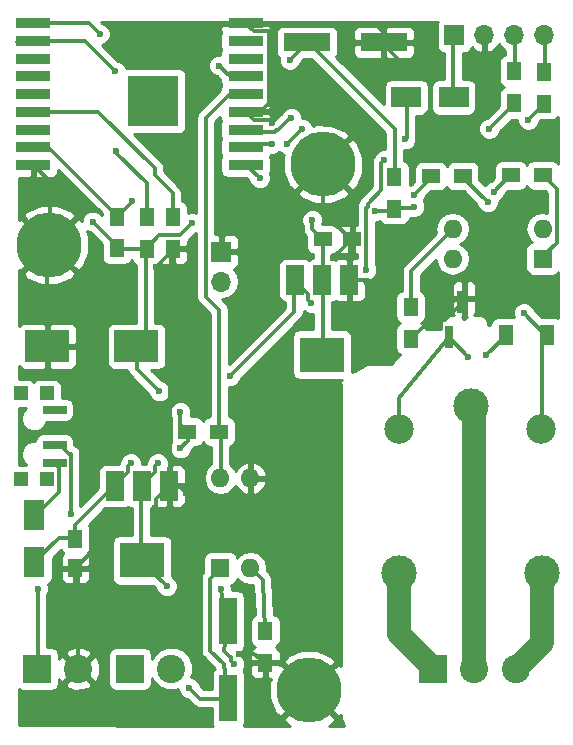
<source format=gtl>
G04 #@! TF.FileFunction,Copper,L1,Top,Signal*
%FSLAX46Y46*%
G04 Gerber Fmt 4.6, Leading zero omitted, Abs format (unit mm)*
G04 Created by KiCad (PCBNEW 4.0.6) date 10/30/17 11:30:06*
%MOMM*%
%LPD*%
G01*
G04 APERTURE LIST*
%ADD10C,0.025400*%
%ADD11R,0.800000X1.900000*%
%ADD12R,1.250000X1.500000*%
%ADD13R,1.500000X1.250000*%
%ADD14R,1.800000X2.500000*%
%ADD15R,2.500000X1.800000*%
%ADD16R,1.500000X1.300000*%
%ADD17R,1.300000X1.700000*%
%ADD18C,2.400000*%
%ADD19R,2.400000X2.400000*%
%ADD20R,1.700000X1.700000*%
%ADD21O,1.700000X1.700000*%
%ADD22R,3.000000X0.900000*%
%ADD23R,4.300000X4.300000*%
%ADD24R,1.300000X1.500000*%
%ADD25C,2.500000*%
%ADD26C,3.000000*%
%ADD27R,2.000000X0.700000*%
%ADD28R,1.200000X1.200000*%
%ADD29R,1.500000X4.000000*%
%ADD30R,3.750000X2.700000*%
%ADD31R,1.600000X1.600000*%
%ADD32O,1.600000X1.600000*%
%ADD33R,3.800000X3.000000*%
%ADD34R,1.500000X2.500000*%
%ADD35C,5.500000*%
%ADD36R,4.000000X1.500000*%
%ADD37C,0.600000*%
%ADD38C,0.350000*%
%ADD39C,2.000000*%
%ADD40C,0.254000*%
G04 APERTURE END LIST*
D10*
D11*
X168140000Y-71930000D03*
X166240000Y-71930000D03*
X167190000Y-74930000D03*
D12*
X135520000Y-91980000D03*
X135520000Y-94480000D03*
D13*
X156440000Y-66660000D03*
X158940000Y-66660000D03*
D14*
X132050000Y-94010000D03*
X132050000Y-90010000D03*
D15*
X163540000Y-54620000D03*
X167540000Y-54620000D03*
D16*
X165620000Y-61300000D03*
X168320000Y-61300000D03*
D17*
X175450000Y-74750000D03*
X171950000Y-74750000D03*
D18*
X135780000Y-103020000D03*
D19*
X132280000Y-103020000D03*
D18*
X143650000Y-103010000D03*
D19*
X140150000Y-103010000D03*
D20*
X167590000Y-49390000D03*
D21*
X170130000Y-49390000D03*
X172670000Y-49390000D03*
X175210000Y-49390000D03*
D20*
X147880000Y-67690000D03*
D21*
X147880000Y-70230000D03*
D18*
X169300000Y-103040000D03*
X172800000Y-103040000D03*
D19*
X165800000Y-103040000D03*
D22*
X131930000Y-48350000D03*
X131930000Y-49850000D03*
X131930000Y-51350000D03*
X131930000Y-52850000D03*
X131930000Y-54350000D03*
X131930000Y-55850000D03*
X131930000Y-57350000D03*
X131930000Y-58850000D03*
X131930000Y-60350000D03*
X149930000Y-60350000D03*
X149930000Y-58850000D03*
X149930000Y-57350000D03*
X149930000Y-55850000D03*
X149930000Y-54350000D03*
X149930000Y-52850000D03*
X149930000Y-51350000D03*
X149930000Y-49850000D03*
X149930000Y-48350000D03*
D23*
X142120000Y-54950000D03*
D24*
X151600000Y-99810000D03*
X151600000Y-102510000D03*
D16*
X147700000Y-82930000D03*
X145000000Y-82930000D03*
X175080000Y-61240000D03*
X172380000Y-61240000D03*
D24*
X143750000Y-64750000D03*
X143750000Y-67450000D03*
X139030000Y-64720000D03*
X139030000Y-67420000D03*
X141540000Y-64760000D03*
X141540000Y-67460000D03*
X163900000Y-75060000D03*
X163900000Y-72360000D03*
X172670000Y-52410000D03*
X172670000Y-55110000D03*
X175220000Y-52450000D03*
X175220000Y-55150000D03*
D25*
X162950000Y-82670000D03*
D26*
X162950000Y-94870000D03*
X175000000Y-94920000D03*
D25*
X174950000Y-82670000D03*
D26*
X169000000Y-80720000D03*
D27*
X133750000Y-81080000D03*
X133750000Y-84080000D03*
X133750000Y-85580000D03*
D28*
X130890000Y-79680000D03*
X130890000Y-86980000D03*
X133100000Y-86980000D03*
X133100000Y-79680000D03*
D29*
X148470000Y-99000000D03*
X148470000Y-105500000D03*
D30*
X133135000Y-75690000D03*
X140685000Y-75690000D03*
D31*
X147800000Y-94490000D03*
D32*
X150340000Y-86870000D03*
X150340000Y-94490000D03*
X147800000Y-86870000D03*
D33*
X141160000Y-93830000D03*
D34*
X141160000Y-87530000D03*
X138860000Y-87530000D03*
X143460000Y-87530000D03*
D33*
X156410000Y-76410000D03*
D34*
X156410000Y-70110000D03*
X154110000Y-70110000D03*
X158710000Y-70110000D03*
D35*
X156510000Y-60310000D03*
X133290000Y-67100000D03*
X155320000Y-104840000D03*
D31*
X175070000Y-68290000D03*
D32*
X167450000Y-65750000D03*
X175070000Y-65750000D03*
X167450000Y-68290000D03*
D24*
X162530000Y-61360000D03*
X162530000Y-64060000D03*
D36*
X155140000Y-49970000D03*
X161640000Y-49970000D03*
D37*
X140208000Y-85598000D03*
X148590000Y-78232000D03*
X155448000Y-72009000D03*
X160147000Y-69215000D03*
X161671000Y-59944000D03*
X163449000Y-58166000D03*
X160660000Y-70490000D03*
X165570000Y-69850000D03*
X169240000Y-52010000D03*
X163370000Y-51890000D03*
X142240000Y-89408000D03*
X137160000Y-92837000D03*
X152146000Y-56769000D03*
X149352000Y-101727000D03*
X157353000Y-68199000D03*
X142367000Y-68961000D03*
X144907000Y-88138000D03*
X145415000Y-67691000D03*
X173482000Y-72898000D03*
X155575000Y-65024000D03*
X151130000Y-61468000D03*
X164211000Y-62865000D03*
X170434000Y-63500000D03*
X168783000Y-76581000D03*
X170307000Y-76454000D03*
X135128000Y-89916000D03*
X132334000Y-96266000D03*
X136970000Y-65150000D03*
X137580000Y-49260000D03*
X145415000Y-65278000D03*
X160909000Y-64262000D03*
X147828000Y-96266000D03*
X143256000Y-96012000D03*
X144399000Y-81280000D03*
X142621000Y-79502000D03*
X148971000Y-102616000D03*
X142494000Y-85598000D03*
X144399000Y-84328000D03*
X164211000Y-63881000D03*
X170942000Y-62611000D03*
X145161000Y-104648000D03*
X140335000Y-63373000D03*
X138910000Y-52430000D03*
X138950000Y-59170000D03*
X170561000Y-57277000D03*
X154686000Y-57277000D03*
X153416000Y-58547000D03*
X152146000Y-58547000D03*
X173863000Y-56515000D03*
X153797000Y-56388000D03*
X147701000Y-51943000D03*
X153670000Y-51435000D03*
D38*
X138860000Y-87530000D02*
X138811000Y-87503000D01*
X138811000Y-87503000D02*
X139954000Y-86360000D01*
X139954000Y-86360000D02*
X139954000Y-85852000D01*
X139954000Y-85852000D02*
X140208000Y-85598000D01*
X148590000Y-78232000D02*
X154051000Y-72771000D01*
X154051000Y-72771000D02*
X154051000Y-70104000D01*
X154051000Y-70104000D02*
X154110000Y-70110000D01*
X154110000Y-70110000D02*
X154051000Y-70104000D01*
X154051000Y-70104000D02*
X155194000Y-71247000D01*
X155194000Y-71247000D02*
X155194000Y-71755000D01*
X155194000Y-71755000D02*
X155448000Y-72009000D01*
X160147000Y-69215000D02*
X160147000Y-64008000D01*
X160147000Y-64008000D02*
X160274000Y-63881000D01*
X160274000Y-63881000D02*
X160274000Y-63627000D01*
X160274000Y-63627000D02*
X161417000Y-62484000D01*
X161417000Y-62484000D02*
X161417000Y-60198000D01*
X161417000Y-60198000D02*
X161671000Y-59944000D01*
X163449000Y-58166000D02*
X163576000Y-58039000D01*
X163576000Y-58039000D02*
X163576000Y-54610000D01*
X163576000Y-54610000D02*
X163540000Y-54620000D01*
X138860000Y-87530000D02*
X138811000Y-87503000D01*
X138811000Y-87503000D02*
X135509000Y-90805000D01*
X135509000Y-90805000D02*
X135509000Y-91948000D01*
X135509000Y-91948000D02*
X135520000Y-91980000D01*
X135520000Y-91980000D02*
X135509000Y-91948000D01*
X135509000Y-91948000D02*
X134112000Y-91948000D01*
X134112000Y-91948000D02*
X132050000Y-94010000D01*
X166240000Y-71930000D02*
X166240000Y-70520000D01*
X160280000Y-70110000D02*
X158710000Y-70110000D01*
X160660000Y-70490000D02*
X160280000Y-70110000D01*
X166240000Y-70520000D02*
X165570000Y-69850000D01*
X161640000Y-49970000D02*
X161640000Y-50160000D01*
X161640000Y-50160000D02*
X163370000Y-51890000D01*
X170130000Y-51120000D02*
X170130000Y-49390000D01*
X169240000Y-52010000D02*
X170130000Y-51120000D01*
X161640000Y-49970000D02*
X161640000Y-49210000D01*
X160780000Y-48350000D02*
X149930000Y-48350000D01*
X161640000Y-49210000D02*
X160780000Y-48350000D01*
X143460000Y-87530000D02*
X143510000Y-87503000D01*
X143510000Y-87503000D02*
X142367000Y-88646000D01*
X142367000Y-88646000D02*
X142367000Y-89281000D01*
X142367000Y-89281000D02*
X142240000Y-89408000D01*
X137160000Y-92837000D02*
X135509000Y-94488000D01*
X135509000Y-94488000D02*
X135520000Y-94480000D01*
X152146000Y-56769000D02*
X151892000Y-56515000D01*
X151892000Y-56515000D02*
X150622000Y-56515000D01*
X150622000Y-56515000D02*
X149987000Y-55880000D01*
X149987000Y-55880000D02*
X149930000Y-55850000D01*
X143750000Y-67450000D02*
X143764000Y-67437000D01*
X143764000Y-67437000D02*
X143637000Y-67564000D01*
X143637000Y-67564000D02*
X143637000Y-68707000D01*
X143637000Y-68707000D02*
X143510000Y-68834000D01*
X143510000Y-68834000D02*
X143510000Y-87503000D01*
X143510000Y-87503000D02*
X143460000Y-87530000D01*
X149352000Y-101727000D02*
X150622000Y-101727000D01*
X150622000Y-101727000D02*
X151554000Y-102509000D01*
X151554000Y-102509000D02*
X151600000Y-102510000D01*
X149930000Y-48350000D02*
X149987000Y-48387000D01*
X161671000Y-49911000D02*
X161640000Y-49970000D01*
X158940000Y-66660000D02*
X158877000Y-66675000D01*
X158877000Y-66675000D02*
X156464000Y-64262000D01*
X156464000Y-64262000D02*
X156464000Y-60325000D01*
X156464000Y-60325000D02*
X156510000Y-60310000D01*
X158710000Y-70110000D02*
X158750000Y-70104000D01*
X157353000Y-68199000D02*
X158877000Y-66675000D01*
X158877000Y-66675000D02*
X158940000Y-66660000D01*
X151600000Y-102510000D02*
X151554000Y-102509000D01*
X151554000Y-102509000D02*
X153035000Y-102489000D01*
X153035000Y-102489000D02*
X155301000Y-104825000D01*
X155301000Y-104825000D02*
X155320000Y-104840000D01*
X142367000Y-68961000D02*
X143764000Y-67564000D01*
X143764000Y-67564000D02*
X143764000Y-67437000D01*
X143764000Y-67437000D02*
X143750000Y-67450000D01*
X131930000Y-60350000D02*
X131953000Y-60325000D01*
X131953000Y-60325000D02*
X133350000Y-61722000D01*
X133350000Y-61722000D02*
X133350000Y-67056000D01*
X133350000Y-67056000D02*
X133290000Y-67100000D01*
X161640000Y-49970000D02*
X161671000Y-49911000D01*
X133290000Y-67100000D02*
X133350000Y-67056000D01*
X133350000Y-67056000D02*
X133096000Y-67310000D01*
X133096000Y-67310000D02*
X133096000Y-75692000D01*
X133096000Y-75692000D02*
X133135000Y-75690000D01*
X135520000Y-94480000D02*
X135509000Y-94488000D01*
X135509000Y-94488000D02*
X135763000Y-94742000D01*
X135763000Y-94742000D02*
X135763000Y-102997000D01*
X135763000Y-102997000D02*
X135780000Y-103020000D01*
X143460000Y-87530000D02*
X143510000Y-87503000D01*
X143510000Y-87503000D02*
X144272000Y-87503000D01*
X144272000Y-87503000D02*
X144907000Y-88138000D01*
X149930000Y-55850000D02*
X149987000Y-55880000D01*
X149987000Y-55880000D02*
X151130000Y-55880000D01*
X151130000Y-55880000D02*
X151765000Y-55245000D01*
X151765000Y-55245000D02*
X151892000Y-55245000D01*
X151892000Y-55245000D02*
X151892000Y-49022000D01*
X151892000Y-49022000D02*
X150622000Y-49022000D01*
X150622000Y-49022000D02*
X149987000Y-48387000D01*
X149987000Y-48387000D02*
X149930000Y-48350000D01*
X143750000Y-67450000D02*
X143764000Y-67437000D01*
X143764000Y-67437000D02*
X145161000Y-67437000D01*
X145161000Y-67437000D02*
X145415000Y-67691000D01*
X158940000Y-66660000D02*
X158877000Y-66675000D01*
X158877000Y-66675000D02*
X158750000Y-66802000D01*
X158750000Y-66802000D02*
X158750000Y-70104000D01*
X158750000Y-70104000D02*
X158710000Y-70110000D01*
X173482000Y-72898000D02*
X175387000Y-74803000D01*
X175387000Y-74803000D02*
X175450000Y-74750000D01*
X156440000Y-66660000D02*
X156464000Y-66675000D01*
X156464000Y-66675000D02*
X155575000Y-65786000D01*
X155575000Y-65786000D02*
X155575000Y-65024000D01*
X175450000Y-74750000D02*
X175387000Y-74803000D01*
X175387000Y-74803000D02*
X175006000Y-75184000D01*
X175006000Y-75184000D02*
X175006000Y-82677000D01*
X175006000Y-82677000D02*
X174950000Y-82670000D01*
X156410000Y-70110000D02*
X156464000Y-70104000D01*
X156464000Y-70104000D02*
X156464000Y-76454000D01*
X156464000Y-76454000D02*
X156410000Y-76410000D01*
X156410000Y-70110000D02*
X156464000Y-70104000D01*
X156464000Y-70104000D02*
X156464000Y-66675000D01*
X156464000Y-66675000D02*
X156440000Y-66660000D01*
X132050000Y-90010000D02*
X132080000Y-90043000D01*
X132080000Y-90043000D02*
X134112000Y-88011000D01*
X134112000Y-88011000D02*
X134112000Y-85979000D01*
X134112000Y-85979000D02*
X133731000Y-85598000D01*
X133731000Y-85598000D02*
X133750000Y-85580000D01*
X167590000Y-49390000D02*
X167640000Y-49403000D01*
X167640000Y-49403000D02*
X167513000Y-49530000D01*
X167513000Y-49530000D02*
X167513000Y-54610000D01*
X167513000Y-54610000D02*
X167540000Y-54620000D01*
X149930000Y-60350000D02*
X149987000Y-60325000D01*
X149987000Y-60325000D02*
X151130000Y-61468000D01*
X164211000Y-62865000D02*
X165608000Y-61468000D01*
X165608000Y-61468000D02*
X165608000Y-61341000D01*
X165608000Y-61341000D02*
X165620000Y-61300000D01*
X168320000Y-61300000D02*
X168275000Y-61341000D01*
X168275000Y-61341000D02*
X170434000Y-63500000D01*
X162950000Y-82670000D02*
X162941000Y-82677000D01*
X162941000Y-82677000D02*
X162890000Y-80080000D01*
X162890000Y-80080000D02*
X167132000Y-74930000D01*
X167132000Y-74930000D02*
X167190000Y-74930000D01*
X167190000Y-74930000D02*
X167132000Y-74930000D01*
X167132000Y-74930000D02*
X168783000Y-76581000D01*
X170307000Y-76454000D02*
X171958000Y-74803000D01*
X171958000Y-74803000D02*
X171950000Y-74750000D01*
X162941000Y-82677000D02*
X162950000Y-82670000D01*
X171831000Y-74676000D02*
X171958000Y-74803000D01*
X171958000Y-74803000D02*
X171950000Y-74750000D01*
X133750000Y-84080000D02*
X133731000Y-84074000D01*
X133731000Y-84074000D02*
X134239000Y-84074000D01*
X134239000Y-84074000D02*
X135001000Y-84836000D01*
X135001000Y-84836000D02*
X135128000Y-84836000D01*
X135128000Y-84836000D02*
X135128000Y-89916000D01*
X132334000Y-96266000D02*
X132334000Y-102997000D01*
X132334000Y-102997000D02*
X132280000Y-103020000D01*
X131930000Y-48350000D02*
X136670000Y-48350000D01*
X136970000Y-65150000D02*
X139030000Y-67210000D01*
X136670000Y-48350000D02*
X137580000Y-49260000D01*
X139030000Y-67210000D02*
X139030000Y-67420000D01*
X139030000Y-67420000D02*
X139065000Y-67437000D01*
X131953000Y-48387000D02*
X131930000Y-48350000D01*
X141540000Y-67460000D02*
X141478000Y-67437000D01*
X141478000Y-67437000D02*
X142621000Y-66294000D01*
X142621000Y-66294000D02*
X144399000Y-66294000D01*
X144399000Y-66294000D02*
X145415000Y-65278000D01*
X160909000Y-64262000D02*
X162306000Y-64262000D01*
X162306000Y-64262000D02*
X162560000Y-64008000D01*
X162560000Y-64008000D02*
X162530000Y-64060000D01*
X148470000Y-99000000D02*
X148452000Y-99050000D01*
X148452000Y-99050000D02*
X148198000Y-98796000D01*
X148198000Y-98796000D02*
X147828000Y-96266000D01*
X143256000Y-96012000D02*
X141097000Y-93853000D01*
X141097000Y-93853000D02*
X141160000Y-93830000D01*
X145000000Y-82930000D02*
X145034000Y-82931000D01*
X145034000Y-82931000D02*
X144399000Y-82296000D01*
X144399000Y-82296000D02*
X144399000Y-81280000D01*
X142621000Y-79502000D02*
X140716000Y-77597000D01*
X140716000Y-77597000D02*
X140716000Y-75692000D01*
X140716000Y-75692000D02*
X140685000Y-75690000D01*
X148971000Y-102616000D02*
X148717000Y-102362000D01*
X148717000Y-102362000D02*
X148717000Y-101981000D01*
X148717000Y-101981000D02*
X148590000Y-101981000D01*
X148590000Y-101981000D02*
X148082000Y-101473000D01*
X148082000Y-101473000D02*
X148452000Y-99050000D01*
X148452000Y-99050000D02*
X148470000Y-99000000D01*
X141160000Y-87530000D02*
X141097000Y-87503000D01*
X141097000Y-87503000D02*
X142240000Y-86360000D01*
X142240000Y-86360000D02*
X142240000Y-85852000D01*
X142240000Y-85852000D02*
X142494000Y-85598000D01*
X144399000Y-84328000D02*
X145034000Y-83693000D01*
X145034000Y-83693000D02*
X145034000Y-82931000D01*
X145034000Y-82931000D02*
X145000000Y-82930000D01*
X162530000Y-64060000D02*
X162560000Y-64008000D01*
X162560000Y-64008000D02*
X164084000Y-64008000D01*
X164084000Y-64008000D02*
X164211000Y-63881000D01*
X170942000Y-62611000D02*
X172339000Y-61214000D01*
X172339000Y-61214000D02*
X172380000Y-61240000D01*
X140685000Y-75690000D02*
X140716000Y-75692000D01*
X140716000Y-75692000D02*
X141478000Y-74930000D01*
X141478000Y-74930000D02*
X141478000Y-67437000D01*
X141478000Y-67437000D02*
X141540000Y-67460000D01*
X141160000Y-93830000D02*
X141097000Y-93853000D01*
X141097000Y-93853000D02*
X141097000Y-87503000D01*
X141097000Y-87503000D02*
X141160000Y-87530000D01*
X141540000Y-67460000D02*
X141478000Y-67437000D01*
X141478000Y-67437000D02*
X139065000Y-67437000D01*
X139065000Y-67437000D02*
X139030000Y-67420000D01*
X148470000Y-105500000D02*
X148452000Y-105527000D01*
X148452000Y-105527000D02*
X146050000Y-105537000D01*
X146050000Y-105537000D02*
X145161000Y-104648000D01*
X147800000Y-94490000D02*
X147828000Y-94488000D01*
X147828000Y-94488000D02*
X146939000Y-95377000D01*
X146939000Y-95377000D02*
X146939000Y-101473000D01*
X146939000Y-101473000D02*
X148082000Y-102616000D01*
X148082000Y-102616000D02*
X148452000Y-105527000D01*
X148452000Y-105527000D02*
X148470000Y-105500000D01*
X172670000Y-49390000D02*
X172720000Y-49403000D01*
X172720000Y-49403000D02*
X172720000Y-52451000D01*
X172720000Y-52451000D02*
X172670000Y-52410000D01*
X175220000Y-52450000D02*
X175260000Y-52451000D01*
X175260000Y-52451000D02*
X175260000Y-49403000D01*
X175260000Y-49403000D02*
X175210000Y-49390000D01*
X131930000Y-58850000D02*
X131953000Y-58801000D01*
X131953000Y-58801000D02*
X133223000Y-58801000D01*
X133223000Y-58801000D02*
X139065000Y-64643000D01*
X139065000Y-64643000D02*
X139065000Y-64770000D01*
X139065000Y-64770000D02*
X139030000Y-64720000D01*
X139030000Y-64720000D02*
X139065000Y-64770000D01*
X139065000Y-64770000D02*
X140335000Y-63500000D01*
X140335000Y-63500000D02*
X140335000Y-63373000D01*
X169000000Y-80720000D02*
X169037000Y-80772000D01*
X169037000Y-80772000D02*
X169291000Y-81026000D01*
D39*
X169291000Y-81026000D02*
X169291000Y-102997000D01*
D38*
X169291000Y-102997000D02*
X169300000Y-103040000D01*
X172800000Y-103040000D02*
X172847000Y-102997000D01*
D39*
X172847000Y-102997000D02*
X175006000Y-100838000D01*
X175006000Y-100838000D02*
X175006000Y-94869000D01*
D38*
X175006000Y-94869000D02*
X175000000Y-94920000D01*
X165800000Y-103040000D02*
X165862000Y-102997000D01*
D39*
X165862000Y-102997000D02*
X162941000Y-100076000D01*
X162941000Y-100076000D02*
X162941000Y-94869000D01*
D38*
X162941000Y-94869000D02*
X162950000Y-94870000D01*
X141540000Y-64760000D02*
X141540000Y-61910000D01*
X136330000Y-49850000D02*
X131930000Y-49850000D01*
X138910000Y-52430000D02*
X136330000Y-49850000D01*
X138950000Y-59320000D02*
X138950000Y-59170000D01*
X141540000Y-61910000D02*
X138950000Y-59320000D01*
X131930000Y-49850000D02*
X131953000Y-49911000D01*
X131953000Y-49911000D02*
X130556000Y-49911000D01*
X141478000Y-64770000D02*
X141540000Y-64760000D01*
X131930000Y-55850000D02*
X137460000Y-55850000D01*
X143750000Y-62750000D02*
X143750000Y-64750000D01*
X142230000Y-61230000D02*
X143750000Y-62750000D01*
X142230000Y-60620000D02*
X142230000Y-61230000D01*
X137460000Y-55850000D02*
X142230000Y-60620000D01*
X143750000Y-64750000D02*
X143764000Y-64770000D01*
X131953000Y-55880000D02*
X131930000Y-55850000D01*
X172670000Y-55110000D02*
X172720000Y-55118000D01*
X172720000Y-55118000D02*
X170561000Y-57277000D01*
X154686000Y-57277000D02*
X153416000Y-58547000D01*
X152146000Y-58547000D02*
X150241000Y-58547000D01*
X150241000Y-58547000D02*
X149987000Y-58801000D01*
X149987000Y-58801000D02*
X149930000Y-58850000D01*
X175220000Y-55150000D02*
X175260000Y-55118000D01*
X175260000Y-55118000D02*
X173863000Y-56515000D01*
X153797000Y-56388000D02*
X153670000Y-56388000D01*
X153670000Y-56388000D02*
X152654000Y-57404000D01*
X152654000Y-57404000D02*
X152527000Y-57404000D01*
X152527000Y-57404000D02*
X152400000Y-57531000D01*
X152400000Y-57531000D02*
X150114000Y-57531000D01*
X150114000Y-57531000D02*
X149987000Y-57404000D01*
X149987000Y-57404000D02*
X149930000Y-57350000D01*
X149930000Y-54350000D02*
X149987000Y-54356000D01*
X149987000Y-54356000D02*
X148590000Y-54356000D01*
X148590000Y-54356000D02*
X146558000Y-56388000D01*
X146558000Y-56388000D02*
X146558000Y-71501000D01*
X146558000Y-71501000D02*
X147701000Y-72644000D01*
X147701000Y-72644000D02*
X147701000Y-82931000D01*
X147701000Y-82931000D02*
X147700000Y-82930000D01*
X147700000Y-82930000D02*
X147828000Y-83058000D01*
X147828000Y-83058000D02*
X147828000Y-86868000D01*
X147828000Y-86868000D02*
X147800000Y-86870000D01*
X155140000Y-49970000D02*
X155194000Y-49911000D01*
X155194000Y-49911000D02*
X162560000Y-57277000D01*
X162560000Y-57277000D02*
X162560000Y-61341000D01*
X162560000Y-61341000D02*
X162530000Y-61360000D01*
X149930000Y-52850000D02*
X149987000Y-52832000D01*
X149987000Y-52832000D02*
X148590000Y-52832000D01*
X148590000Y-52832000D02*
X147701000Y-51943000D01*
X153670000Y-51435000D02*
X155194000Y-49911000D01*
X155194000Y-49911000D02*
X155140000Y-49970000D01*
X168140000Y-71930000D02*
X168140000Y-72150000D01*
X168140000Y-72150000D02*
X166830000Y-73460000D01*
X165500000Y-73460000D02*
X163900000Y-75060000D01*
X166830000Y-73460000D02*
X165500000Y-73460000D01*
X168140000Y-71930000D02*
X168140000Y-72260000D01*
X168140000Y-71930000D02*
X168148000Y-71882000D01*
X163957000Y-75057000D02*
X163900000Y-75060000D01*
X163900000Y-75060000D02*
X163957000Y-75057000D01*
X150340000Y-94490000D02*
X150368000Y-94488000D01*
X150368000Y-94488000D02*
X151384000Y-95504000D01*
X151384000Y-95504000D02*
X151554000Y-99842000D01*
X151554000Y-99842000D02*
X151600000Y-99810000D01*
X175080000Y-61240000D02*
X175133000Y-61214000D01*
X175133000Y-61214000D02*
X176276000Y-62357000D01*
X176276000Y-62357000D02*
X176276000Y-66929000D01*
X176276000Y-66929000D02*
X175133000Y-68072000D01*
X175133000Y-68072000D02*
X175133000Y-68326000D01*
X175133000Y-68326000D02*
X175070000Y-68290000D01*
X167450000Y-65750000D02*
X167513000Y-65786000D01*
X167513000Y-65786000D02*
X163957000Y-69342000D01*
X163957000Y-69342000D02*
X163957000Y-72390000D01*
X163957000Y-72390000D02*
X163900000Y-72360000D01*
D40*
G36*
X132057000Y-60223000D02*
X132077000Y-60223000D01*
X132077000Y-60477000D01*
X132057000Y-60477000D01*
X132057000Y-61276250D01*
X132215750Y-61435000D01*
X133556309Y-61435000D01*
X133789698Y-61338327D01*
X133968327Y-61159699D01*
X134065000Y-60926310D01*
X134065000Y-60788512D01*
X137732560Y-64456073D01*
X137732560Y-64590447D01*
X137500327Y-64357808D01*
X137156799Y-64215162D01*
X136784833Y-64214838D01*
X136441057Y-64356883D01*
X136177808Y-64619673D01*
X136035162Y-64963201D01*
X136035050Y-65092082D01*
X135706266Y-64863339D01*
X133469605Y-67100000D01*
X135706266Y-69336661D01*
X136154932Y-69024513D01*
X136673331Y-67781657D01*
X136676648Y-66435024D01*
X136480988Y-65959348D01*
X136742372Y-66067884D01*
X137732560Y-67058073D01*
X137732560Y-68170000D01*
X137776838Y-68405317D01*
X137915910Y-68621441D01*
X138128110Y-68766431D01*
X138380000Y-68817440D01*
X139680000Y-68817440D01*
X139915317Y-68773162D01*
X140131441Y-68634090D01*
X140276431Y-68421890D01*
X140279541Y-68406535D01*
X140286838Y-68445317D01*
X140425910Y-68661441D01*
X140638110Y-68806431D01*
X140668000Y-68812484D01*
X140668000Y-73692560D01*
X138810000Y-73692560D01*
X138574683Y-73736838D01*
X138358559Y-73875910D01*
X138213569Y-74088110D01*
X138162560Y-74340000D01*
X138162560Y-77040000D01*
X138206838Y-77275317D01*
X138345910Y-77491441D01*
X138558110Y-77636431D01*
X138810000Y-77687440D01*
X139923990Y-77687440D01*
X139967658Y-77906974D01*
X139999968Y-77955329D01*
X140143244Y-78169756D01*
X141703571Y-79730084D01*
X141827883Y-80030943D01*
X142090673Y-80294192D01*
X142434201Y-80436838D01*
X142806167Y-80437162D01*
X143149943Y-80295117D01*
X143413192Y-80032327D01*
X143555838Y-79688799D01*
X143556162Y-79316833D01*
X143414117Y-78973057D01*
X143151327Y-78709808D01*
X142848629Y-78584116D01*
X141951952Y-77687440D01*
X142560000Y-77687440D01*
X142795317Y-77643162D01*
X143011441Y-77504090D01*
X143156431Y-77291890D01*
X143207440Y-77040000D01*
X143207440Y-74340000D01*
X143163162Y-74104683D01*
X143024090Y-73888559D01*
X142811890Y-73743569D01*
X142560000Y-73692560D01*
X142288000Y-73692560D01*
X142288000Y-68839000D01*
X142425317Y-68813162D01*
X142641441Y-68674090D01*
X142655495Y-68653521D01*
X142740301Y-68738327D01*
X142973690Y-68835000D01*
X143464250Y-68835000D01*
X143623000Y-68676250D01*
X143623000Y-67577000D01*
X143877000Y-67577000D01*
X143877000Y-68676250D01*
X144035750Y-68835000D01*
X144526310Y-68835000D01*
X144759699Y-68738327D01*
X144938327Y-68559698D01*
X145035000Y-68326309D01*
X145035000Y-67735750D01*
X144876250Y-67577000D01*
X143877000Y-67577000D01*
X143623000Y-67577000D01*
X143603000Y-67577000D01*
X143603000Y-67323000D01*
X143623000Y-67323000D01*
X143623000Y-67303000D01*
X143877000Y-67303000D01*
X143877000Y-67323000D01*
X144876250Y-67323000D01*
X145035000Y-67164250D01*
X145035000Y-66803512D01*
X145643083Y-66195429D01*
X145748000Y-66152079D01*
X145748000Y-71501000D01*
X145809658Y-71810974D01*
X145911131Y-71962838D01*
X145985244Y-72073756D01*
X146891000Y-72979513D01*
X146891000Y-81643662D01*
X146714683Y-81676838D01*
X146498559Y-81815910D01*
X146353569Y-82028110D01*
X146350919Y-82041197D01*
X146214090Y-81828559D01*
X146001890Y-81683569D01*
X145750000Y-81632560D01*
X145265008Y-81632560D01*
X145333838Y-81466799D01*
X145334162Y-81094833D01*
X145192117Y-80751057D01*
X144929327Y-80487808D01*
X144585799Y-80345162D01*
X144213833Y-80344838D01*
X143870057Y-80486883D01*
X143606808Y-80749673D01*
X143464162Y-81093201D01*
X143463838Y-81465167D01*
X143589000Y-81768083D01*
X143589000Y-82296000D01*
X143602560Y-82364170D01*
X143602560Y-83580000D01*
X143637713Y-83766822D01*
X143606808Y-83797673D01*
X143464162Y-84141201D01*
X143463838Y-84513167D01*
X143605883Y-84856943D01*
X143868673Y-85120192D01*
X144212201Y-85262838D01*
X144584167Y-85263162D01*
X144927943Y-85121117D01*
X145191192Y-84858327D01*
X145316884Y-84555629D01*
X145606757Y-84265756D01*
X145632359Y-84227440D01*
X145750000Y-84227440D01*
X145985317Y-84183162D01*
X146201441Y-84044090D01*
X146346431Y-83831890D01*
X146349081Y-83818803D01*
X146485910Y-84031441D01*
X146698110Y-84176431D01*
X146950000Y-84227440D01*
X147018000Y-84227440D01*
X147018000Y-85671705D01*
X146785302Y-85827189D01*
X146474233Y-86292736D01*
X146365000Y-86841887D01*
X146365000Y-86898113D01*
X146474233Y-87447264D01*
X146785302Y-87912811D01*
X147250849Y-88223880D01*
X147800000Y-88333113D01*
X148349151Y-88223880D01*
X148814698Y-87912811D01*
X149084986Y-87508297D01*
X149187611Y-87725134D01*
X149602577Y-88101041D01*
X149990961Y-88261904D01*
X150213000Y-88139915D01*
X150213000Y-86997000D01*
X150467000Y-86997000D01*
X150467000Y-88139915D01*
X150689039Y-88261904D01*
X151077423Y-88101041D01*
X151492389Y-87725134D01*
X151731914Y-87219041D01*
X151610629Y-86997000D01*
X150467000Y-86997000D01*
X150213000Y-86997000D01*
X150193000Y-86997000D01*
X150193000Y-86743000D01*
X150213000Y-86743000D01*
X150213000Y-85600085D01*
X150467000Y-85600085D01*
X150467000Y-86743000D01*
X151610629Y-86743000D01*
X151731914Y-86520959D01*
X151492389Y-86014866D01*
X151077423Y-85638959D01*
X150689039Y-85478096D01*
X150467000Y-85600085D01*
X150213000Y-85600085D01*
X149990961Y-85478096D01*
X149602577Y-85638959D01*
X149187611Y-86014866D01*
X149084986Y-86231703D01*
X148814698Y-85827189D01*
X148638000Y-85709123D01*
X148638000Y-84192065D01*
X148685317Y-84183162D01*
X148901441Y-84044090D01*
X149046431Y-83831890D01*
X149097440Y-83580000D01*
X149097440Y-82280000D01*
X149053162Y-82044683D01*
X148914090Y-81828559D01*
X148701890Y-81683569D01*
X148511000Y-81644913D01*
X148511000Y-79166932D01*
X148775167Y-79167162D01*
X149118943Y-79025117D01*
X149382192Y-78762327D01*
X149507884Y-78459628D01*
X154623756Y-73343757D01*
X154722089Y-73196591D01*
X154799342Y-73080974D01*
X154861000Y-72771000D01*
X154861000Y-72744420D01*
X154917673Y-72801192D01*
X155261201Y-72943838D01*
X155633167Y-72944162D01*
X155654000Y-72935554D01*
X155654000Y-74262560D01*
X154510000Y-74262560D01*
X154274683Y-74306838D01*
X154058559Y-74445910D01*
X153913569Y-74658110D01*
X153862560Y-74910000D01*
X153862560Y-77910000D01*
X153906838Y-78145317D01*
X154045910Y-78361441D01*
X154258110Y-78506431D01*
X154510000Y-78557440D01*
X158094495Y-78557440D01*
X157780272Y-78763854D01*
X157744469Y-78799345D01*
X157725294Y-78845969D01*
X157725770Y-78896380D01*
X157745821Y-78942634D01*
X157782287Y-78977443D01*
X157829423Y-78995322D01*
X157879802Y-78993454D01*
X157919112Y-78976548D01*
X158012724Y-78915827D01*
X158003642Y-78961487D01*
X158003642Y-79031416D01*
X157990000Y-79100000D01*
X157990000Y-102779868D01*
X157736266Y-102603339D01*
X155499605Y-104840000D01*
X157736266Y-107076661D01*
X157990000Y-106900132D01*
X157990000Y-107000000D01*
X157992698Y-107013562D01*
X157989433Y-107032100D01*
X157990172Y-107065640D01*
X158007447Y-107143485D01*
X158011429Y-107223117D01*
X158068581Y-107450442D01*
X158156038Y-107634936D01*
X158187244Y-107700768D01*
X158285247Y-107832670D01*
X156947355Y-107830793D01*
X157230371Y-107714380D01*
X157244513Y-107704932D01*
X157556661Y-107256266D01*
X155320000Y-105019605D01*
X153083339Y-107256266D01*
X153395487Y-107704932D01*
X153686268Y-107826218D01*
X149769400Y-107820722D01*
X149816431Y-107751890D01*
X149867440Y-107500000D01*
X149867440Y-103500000D01*
X149823162Y-103264683D01*
X149753334Y-103156168D01*
X149763192Y-103146327D01*
X149905838Y-102802799D01*
X149905844Y-102795750D01*
X150315000Y-102795750D01*
X150315000Y-103386309D01*
X150411673Y-103619698D01*
X150590301Y-103798327D01*
X150823690Y-103895000D01*
X151314250Y-103895000D01*
X151473000Y-103736250D01*
X151473000Y-102637000D01*
X151727000Y-102637000D01*
X151727000Y-103736250D01*
X151885750Y-103895000D01*
X152046510Y-103895000D01*
X151936669Y-104158343D01*
X151933352Y-105504976D01*
X152445620Y-106750371D01*
X152455068Y-106764513D01*
X152903734Y-107076661D01*
X155140395Y-104840000D01*
X152903734Y-102603339D01*
X152779218Y-102689968D01*
X152726250Y-102637000D01*
X151727000Y-102637000D01*
X151473000Y-102637000D01*
X150473750Y-102637000D01*
X150315000Y-102795750D01*
X149905844Y-102795750D01*
X149906162Y-102430833D01*
X149903229Y-102423734D01*
X153083339Y-102423734D01*
X155320000Y-104660395D01*
X157556661Y-102423734D01*
X157244513Y-101975068D01*
X156001657Y-101456669D01*
X154655024Y-101453352D01*
X153409629Y-101965620D01*
X153395487Y-101975068D01*
X153083339Y-102423734D01*
X149903229Y-102423734D01*
X149764117Y-102087057D01*
X149501327Y-101823808D01*
X149495229Y-101821276D01*
X149465342Y-101671026D01*
X149423941Y-101609066D01*
X149455317Y-101603162D01*
X149671441Y-101464090D01*
X149816431Y-101251890D01*
X149867440Y-101000000D01*
X149867440Y-97000000D01*
X149823162Y-96764683D01*
X149684090Y-96548559D01*
X149471890Y-96403569D01*
X149220000Y-96352560D01*
X148762925Y-96352560D01*
X148763162Y-96080833D01*
X148696417Y-95919298D01*
X148835317Y-95893162D01*
X149051441Y-95754090D01*
X149196431Y-95541890D01*
X149227815Y-95386911D01*
X149325302Y-95532811D01*
X149790849Y-95843880D01*
X150340000Y-95953113D01*
X150589037Y-95903576D01*
X150689725Y-98472898D01*
X150498559Y-98595910D01*
X150353569Y-98808110D01*
X150302560Y-99060000D01*
X150302560Y-100560000D01*
X150346838Y-100795317D01*
X150485910Y-101011441D01*
X150698110Y-101156431D01*
X150731490Y-101163191D01*
X150590301Y-101221673D01*
X150411673Y-101400302D01*
X150315000Y-101633691D01*
X150315000Y-102224250D01*
X150473750Y-102383000D01*
X151473000Y-102383000D01*
X151473000Y-102363000D01*
X151727000Y-102363000D01*
X151727000Y-102383000D01*
X152726250Y-102383000D01*
X152885000Y-102224250D01*
X152885000Y-101633691D01*
X152788327Y-101400302D01*
X152609699Y-101221673D01*
X152473713Y-101165346D01*
X152485317Y-101163162D01*
X152701441Y-101024090D01*
X152846431Y-100811890D01*
X152897440Y-100560000D01*
X152897440Y-99060000D01*
X152853162Y-98824683D01*
X152714090Y-98608559D01*
X152501890Y-98463569D01*
X152309073Y-98424523D01*
X152193379Y-95472282D01*
X152160131Y-95333735D01*
X152132342Y-95194027D01*
X152123390Y-95180630D01*
X152119630Y-95164960D01*
X152035909Y-95049704D01*
X151956757Y-94931244D01*
X151736613Y-94711100D01*
X151775000Y-94518113D01*
X151775000Y-94461887D01*
X151665767Y-93912736D01*
X151354698Y-93447189D01*
X150889151Y-93136120D01*
X150340000Y-93026887D01*
X149790849Y-93136120D01*
X149325302Y-93447189D01*
X149228899Y-93591465D01*
X149203162Y-93454683D01*
X149064090Y-93238559D01*
X148851890Y-93093569D01*
X148600000Y-93042560D01*
X147000000Y-93042560D01*
X146764683Y-93086838D01*
X146548559Y-93225910D01*
X146403569Y-93438110D01*
X146352560Y-93690000D01*
X146352560Y-94824723D01*
X146190658Y-95067026D01*
X146129000Y-95377000D01*
X146129000Y-101473000D01*
X146190658Y-101782974D01*
X146336950Y-102001914D01*
X146366244Y-102045756D01*
X147313389Y-102992902D01*
X147315053Y-103005992D01*
X147268559Y-103035910D01*
X147123569Y-103248110D01*
X147072560Y-103500000D01*
X147072560Y-104722736D01*
X146384115Y-104725602D01*
X146078430Y-104419917D01*
X145954117Y-104119057D01*
X145691327Y-103855808D01*
X145347799Y-103713162D01*
X145344931Y-103713160D01*
X145484681Y-103376605D01*
X145485318Y-102646597D01*
X145206545Y-101971914D01*
X144690801Y-101455270D01*
X144016605Y-101175319D01*
X143286597Y-101174682D01*
X142611914Y-101453455D01*
X142095270Y-101969199D01*
X141997440Y-102204799D01*
X141997440Y-101810000D01*
X141953162Y-101574683D01*
X141814090Y-101358559D01*
X141601890Y-101213569D01*
X141350000Y-101162560D01*
X138950000Y-101162560D01*
X138714683Y-101206838D01*
X138498559Y-101345910D01*
X138353569Y-101558110D01*
X138302560Y-101810000D01*
X138302560Y-104210000D01*
X138346838Y-104445317D01*
X138485910Y-104661441D01*
X138698110Y-104806431D01*
X138950000Y-104857440D01*
X141350000Y-104857440D01*
X141585317Y-104813162D01*
X141801441Y-104674090D01*
X141946431Y-104461890D01*
X141997440Y-104210000D01*
X141997440Y-103815712D01*
X142093455Y-104048086D01*
X142609199Y-104564730D01*
X143283395Y-104844681D01*
X144013403Y-104845318D01*
X144225904Y-104757515D01*
X144225838Y-104833167D01*
X144367883Y-105176943D01*
X144630673Y-105440192D01*
X144933372Y-105565884D01*
X145477244Y-106109757D01*
X145478673Y-106110712D01*
X145479633Y-106112136D01*
X145609974Y-106198444D01*
X145740027Y-106285343D01*
X145741713Y-106285678D01*
X145743144Y-106286626D01*
X145896670Y-106316501D01*
X146050000Y-106346999D01*
X146051683Y-106346664D01*
X146053372Y-106346993D01*
X147072560Y-106342750D01*
X147072560Y-107500000D01*
X147116838Y-107735317D01*
X147169448Y-107817075D01*
X130710000Y-107793982D01*
X130710000Y-104735730D01*
X130828110Y-104816431D01*
X131080000Y-104867440D01*
X133480000Y-104867440D01*
X133715317Y-104823162D01*
X133931441Y-104684090D01*
X134076431Y-104471890D01*
X134107761Y-104317175D01*
X134662430Y-104317175D01*
X134785565Y-104604788D01*
X135467734Y-104864707D01*
X136197443Y-104843786D01*
X136774435Y-104604788D01*
X136897570Y-104317175D01*
X135780000Y-103199605D01*
X134662430Y-104317175D01*
X134107761Y-104317175D01*
X134127440Y-104220000D01*
X134127440Y-103850819D01*
X134195212Y-104014435D01*
X134482825Y-104137570D01*
X135600395Y-103020000D01*
X135959605Y-103020000D01*
X137077175Y-104137570D01*
X137364788Y-104014435D01*
X137624707Y-103332266D01*
X137603786Y-102602557D01*
X137364788Y-102025565D01*
X137077175Y-101902430D01*
X135959605Y-103020000D01*
X135600395Y-103020000D01*
X134482825Y-101902430D01*
X134195212Y-102025565D01*
X134127440Y-102203436D01*
X134127440Y-101820000D01*
X134109156Y-101722825D01*
X134662430Y-101722825D01*
X135780000Y-102840395D01*
X136897570Y-101722825D01*
X136774435Y-101435212D01*
X136092266Y-101175293D01*
X135362557Y-101196214D01*
X134785565Y-101435212D01*
X134662430Y-101722825D01*
X134109156Y-101722825D01*
X134083162Y-101584683D01*
X133944090Y-101368559D01*
X133731890Y-101223569D01*
X133480000Y-101172560D01*
X133144000Y-101172560D01*
X133144000Y-96753441D01*
X133268838Y-96452799D01*
X133269162Y-96080833D01*
X133179662Y-95864226D01*
X133185317Y-95863162D01*
X133401441Y-95724090D01*
X133546431Y-95511890D01*
X133597440Y-95260000D01*
X133597440Y-94765750D01*
X134260000Y-94765750D01*
X134260000Y-95356309D01*
X134356673Y-95589698D01*
X134535301Y-95768327D01*
X134768690Y-95865000D01*
X135234250Y-95865000D01*
X135393000Y-95706250D01*
X135393000Y-94607000D01*
X135647000Y-94607000D01*
X135647000Y-95706250D01*
X135805750Y-95865000D01*
X136271310Y-95865000D01*
X136504699Y-95768327D01*
X136683327Y-95589698D01*
X136780000Y-95356309D01*
X136780000Y-94765750D01*
X136621250Y-94607000D01*
X135647000Y-94607000D01*
X135393000Y-94607000D01*
X134418750Y-94607000D01*
X134260000Y-94765750D01*
X133597440Y-94765750D01*
X133597440Y-93608072D01*
X134283660Y-92921853D01*
X134291838Y-92965317D01*
X134430910Y-93181441D01*
X134499006Y-93227969D01*
X134356673Y-93370302D01*
X134260000Y-93603691D01*
X134260000Y-94194250D01*
X134418750Y-94353000D01*
X135393000Y-94353000D01*
X135393000Y-94333000D01*
X135647000Y-94333000D01*
X135647000Y-94353000D01*
X136621250Y-94353000D01*
X136780000Y-94194250D01*
X136780000Y-93603691D01*
X136683327Y-93370302D01*
X136542090Y-93229064D01*
X136596441Y-93194090D01*
X136741431Y-92981890D01*
X136792440Y-92730000D01*
X136792440Y-91230000D01*
X136748162Y-90994683D01*
X136637227Y-90822285D01*
X138045196Y-89414317D01*
X138110000Y-89427440D01*
X139610000Y-89427440D01*
X139845317Y-89383162D01*
X140011477Y-89276241D01*
X140158110Y-89376431D01*
X140287000Y-89402532D01*
X140287000Y-91682560D01*
X139260000Y-91682560D01*
X139024683Y-91726838D01*
X138808559Y-91865910D01*
X138663569Y-92078110D01*
X138612560Y-92330000D01*
X138612560Y-95330000D01*
X138656838Y-95565317D01*
X138795910Y-95781441D01*
X139008110Y-95926431D01*
X139260000Y-95977440D01*
X142075927Y-95977440D01*
X142338571Y-96240084D01*
X142462883Y-96540943D01*
X142725673Y-96804192D01*
X143069201Y-96946838D01*
X143441167Y-96947162D01*
X143784943Y-96805117D01*
X144048192Y-96542327D01*
X144190838Y-96198799D01*
X144191162Y-95826833D01*
X144049117Y-95483057D01*
X143786327Y-95219808D01*
X143707440Y-95187051D01*
X143707440Y-92330000D01*
X143663162Y-92094683D01*
X143524090Y-91878559D01*
X143311890Y-91733569D01*
X143060000Y-91682560D01*
X141907000Y-91682560D01*
X141907000Y-89427440D01*
X141910000Y-89427440D01*
X142145317Y-89383162D01*
X142309492Y-89277518D01*
X142350301Y-89318327D01*
X142583690Y-89415000D01*
X143174250Y-89415000D01*
X143333000Y-89256250D01*
X143333000Y-87657000D01*
X143587000Y-87657000D01*
X143587000Y-89256250D01*
X143745750Y-89415000D01*
X144336310Y-89415000D01*
X144569699Y-89318327D01*
X144748327Y-89139698D01*
X144845000Y-88906309D01*
X144845000Y-87815750D01*
X144686250Y-87657000D01*
X143587000Y-87657000D01*
X143333000Y-87657000D01*
X143313000Y-87657000D01*
X143313000Y-87403000D01*
X143333000Y-87403000D01*
X143333000Y-86015601D01*
X143420968Y-85803750D01*
X143587000Y-85803750D01*
X143587000Y-87403000D01*
X144686250Y-87403000D01*
X144845000Y-87244250D01*
X144845000Y-86153691D01*
X144748327Y-85920302D01*
X144569699Y-85741673D01*
X144336310Y-85645000D01*
X143745750Y-85645000D01*
X143587000Y-85803750D01*
X143420968Y-85803750D01*
X143428838Y-85784799D01*
X143429162Y-85412833D01*
X143287117Y-85069057D01*
X143024327Y-84805808D01*
X142680799Y-84663162D01*
X142308833Y-84662838D01*
X141965057Y-84804883D01*
X141701808Y-85067673D01*
X141559162Y-85411201D01*
X141559136Y-85441038D01*
X141491658Y-85542026D01*
X141473650Y-85632560D01*
X141142971Y-85632560D01*
X141143162Y-85412833D01*
X141001117Y-85069057D01*
X140738327Y-84805808D01*
X140394799Y-84663162D01*
X140022833Y-84662838D01*
X139679057Y-84804883D01*
X139415808Y-85067673D01*
X139273162Y-85411201D01*
X139273136Y-85441038D01*
X139205658Y-85542026D01*
X139187650Y-85632560D01*
X138110000Y-85632560D01*
X137874683Y-85676838D01*
X137658559Y-85815910D01*
X137513569Y-86028110D01*
X137462560Y-86280000D01*
X137462560Y-87705927D01*
X135938000Y-89230488D01*
X135938000Y-84836000D01*
X135876342Y-84526026D01*
X135700756Y-84263244D01*
X135437974Y-84087658D01*
X135397440Y-84079595D01*
X135397440Y-83730000D01*
X135353162Y-83494683D01*
X135214090Y-83278559D01*
X135001890Y-83133569D01*
X134750000Y-83082560D01*
X132750000Y-83082560D01*
X132514683Y-83126838D01*
X132298559Y-83265910D01*
X132153569Y-83478110D01*
X132102560Y-83730000D01*
X132102560Y-83745098D01*
X131775127Y-83744812D01*
X131376200Y-83909646D01*
X131070718Y-84214595D01*
X130905189Y-84613233D01*
X130904812Y-85044873D01*
X131069646Y-85443800D01*
X131357902Y-85732560D01*
X130710000Y-85732560D01*
X130710000Y-80927440D01*
X131358375Y-80927440D01*
X131070718Y-81214595D01*
X130905189Y-81613233D01*
X130904812Y-82044873D01*
X131069646Y-82443800D01*
X131374595Y-82749282D01*
X131773233Y-82914811D01*
X132204873Y-82915188D01*
X132603800Y-82750354D01*
X132909282Y-82445405D01*
X133062074Y-82077440D01*
X134750000Y-82077440D01*
X134985317Y-82033162D01*
X135201441Y-81894090D01*
X135346431Y-81681890D01*
X135397440Y-81430000D01*
X135397440Y-80730000D01*
X135353162Y-80494683D01*
X135214090Y-80278559D01*
X135001890Y-80133569D01*
X134750000Y-80082560D01*
X134347440Y-80082560D01*
X134347440Y-79080000D01*
X134303162Y-78844683D01*
X134164090Y-78628559D01*
X133951890Y-78483569D01*
X133700000Y-78432560D01*
X132500000Y-78432560D01*
X132264683Y-78476838D01*
X132048559Y-78615910D01*
X131995716Y-78693248D01*
X131954090Y-78628559D01*
X131741890Y-78483569D01*
X131490000Y-78432560D01*
X130710000Y-78432560D01*
X130710000Y-77371518D01*
X130721673Y-77399699D01*
X130900302Y-77578327D01*
X131133691Y-77675000D01*
X132849250Y-77675000D01*
X133008000Y-77516250D01*
X133008000Y-75817000D01*
X133262000Y-75817000D01*
X133262000Y-77516250D01*
X133420750Y-77675000D01*
X135136309Y-77675000D01*
X135369698Y-77578327D01*
X135548327Y-77399699D01*
X135645000Y-77166310D01*
X135645000Y-75975750D01*
X135486250Y-75817000D01*
X133262000Y-75817000D01*
X133008000Y-75817000D01*
X132988000Y-75817000D01*
X132988000Y-75563000D01*
X133008000Y-75563000D01*
X133008000Y-73863750D01*
X133262000Y-73863750D01*
X133262000Y-75563000D01*
X135486250Y-75563000D01*
X135645000Y-75404250D01*
X135645000Y-74213690D01*
X135548327Y-73980301D01*
X135369698Y-73801673D01*
X135136309Y-73705000D01*
X133420750Y-73705000D01*
X133262000Y-73863750D01*
X133008000Y-73863750D01*
X132849250Y-73705000D01*
X131133691Y-73705000D01*
X130900302Y-73801673D01*
X130721673Y-73980301D01*
X130710000Y-74008482D01*
X130710000Y-69516266D01*
X131053339Y-69516266D01*
X131365487Y-69964932D01*
X132608343Y-70483331D01*
X133954976Y-70486648D01*
X135200371Y-69974380D01*
X135214513Y-69964932D01*
X135526661Y-69516266D01*
X133290000Y-67279605D01*
X131053339Y-69516266D01*
X130710000Y-69516266D01*
X130710000Y-69222747D01*
X130873734Y-69336661D01*
X133110395Y-67100000D01*
X130873734Y-64863339D01*
X130710000Y-64977253D01*
X130710000Y-64683734D01*
X131053339Y-64683734D01*
X133290000Y-66920395D01*
X135526661Y-64683734D01*
X135214513Y-64235068D01*
X133971657Y-63716669D01*
X132625024Y-63713352D01*
X131379629Y-64225620D01*
X131365487Y-64235068D01*
X131053339Y-64683734D01*
X130710000Y-64683734D01*
X130710000Y-61435000D01*
X131644250Y-61435000D01*
X131803000Y-61276250D01*
X131803000Y-60477000D01*
X131783000Y-60477000D01*
X131783000Y-60223000D01*
X131803000Y-60223000D01*
X131803000Y-60203000D01*
X132057000Y-60203000D01*
X132057000Y-60223000D01*
X132057000Y-60223000D01*
G37*
X132057000Y-60223000D02*
X132077000Y-60223000D01*
X132077000Y-60477000D01*
X132057000Y-60477000D01*
X132057000Y-61276250D01*
X132215750Y-61435000D01*
X133556309Y-61435000D01*
X133789698Y-61338327D01*
X133968327Y-61159699D01*
X134065000Y-60926310D01*
X134065000Y-60788512D01*
X137732560Y-64456073D01*
X137732560Y-64590447D01*
X137500327Y-64357808D01*
X137156799Y-64215162D01*
X136784833Y-64214838D01*
X136441057Y-64356883D01*
X136177808Y-64619673D01*
X136035162Y-64963201D01*
X136035050Y-65092082D01*
X135706266Y-64863339D01*
X133469605Y-67100000D01*
X135706266Y-69336661D01*
X136154932Y-69024513D01*
X136673331Y-67781657D01*
X136676648Y-66435024D01*
X136480988Y-65959348D01*
X136742372Y-66067884D01*
X137732560Y-67058073D01*
X137732560Y-68170000D01*
X137776838Y-68405317D01*
X137915910Y-68621441D01*
X138128110Y-68766431D01*
X138380000Y-68817440D01*
X139680000Y-68817440D01*
X139915317Y-68773162D01*
X140131441Y-68634090D01*
X140276431Y-68421890D01*
X140279541Y-68406535D01*
X140286838Y-68445317D01*
X140425910Y-68661441D01*
X140638110Y-68806431D01*
X140668000Y-68812484D01*
X140668000Y-73692560D01*
X138810000Y-73692560D01*
X138574683Y-73736838D01*
X138358559Y-73875910D01*
X138213569Y-74088110D01*
X138162560Y-74340000D01*
X138162560Y-77040000D01*
X138206838Y-77275317D01*
X138345910Y-77491441D01*
X138558110Y-77636431D01*
X138810000Y-77687440D01*
X139923990Y-77687440D01*
X139967658Y-77906974D01*
X139999968Y-77955329D01*
X140143244Y-78169756D01*
X141703571Y-79730084D01*
X141827883Y-80030943D01*
X142090673Y-80294192D01*
X142434201Y-80436838D01*
X142806167Y-80437162D01*
X143149943Y-80295117D01*
X143413192Y-80032327D01*
X143555838Y-79688799D01*
X143556162Y-79316833D01*
X143414117Y-78973057D01*
X143151327Y-78709808D01*
X142848629Y-78584116D01*
X141951952Y-77687440D01*
X142560000Y-77687440D01*
X142795317Y-77643162D01*
X143011441Y-77504090D01*
X143156431Y-77291890D01*
X143207440Y-77040000D01*
X143207440Y-74340000D01*
X143163162Y-74104683D01*
X143024090Y-73888559D01*
X142811890Y-73743569D01*
X142560000Y-73692560D01*
X142288000Y-73692560D01*
X142288000Y-68839000D01*
X142425317Y-68813162D01*
X142641441Y-68674090D01*
X142655495Y-68653521D01*
X142740301Y-68738327D01*
X142973690Y-68835000D01*
X143464250Y-68835000D01*
X143623000Y-68676250D01*
X143623000Y-67577000D01*
X143877000Y-67577000D01*
X143877000Y-68676250D01*
X144035750Y-68835000D01*
X144526310Y-68835000D01*
X144759699Y-68738327D01*
X144938327Y-68559698D01*
X145035000Y-68326309D01*
X145035000Y-67735750D01*
X144876250Y-67577000D01*
X143877000Y-67577000D01*
X143623000Y-67577000D01*
X143603000Y-67577000D01*
X143603000Y-67323000D01*
X143623000Y-67323000D01*
X143623000Y-67303000D01*
X143877000Y-67303000D01*
X143877000Y-67323000D01*
X144876250Y-67323000D01*
X145035000Y-67164250D01*
X145035000Y-66803512D01*
X145643083Y-66195429D01*
X145748000Y-66152079D01*
X145748000Y-71501000D01*
X145809658Y-71810974D01*
X145911131Y-71962838D01*
X145985244Y-72073756D01*
X146891000Y-72979513D01*
X146891000Y-81643662D01*
X146714683Y-81676838D01*
X146498559Y-81815910D01*
X146353569Y-82028110D01*
X146350919Y-82041197D01*
X146214090Y-81828559D01*
X146001890Y-81683569D01*
X145750000Y-81632560D01*
X145265008Y-81632560D01*
X145333838Y-81466799D01*
X145334162Y-81094833D01*
X145192117Y-80751057D01*
X144929327Y-80487808D01*
X144585799Y-80345162D01*
X144213833Y-80344838D01*
X143870057Y-80486883D01*
X143606808Y-80749673D01*
X143464162Y-81093201D01*
X143463838Y-81465167D01*
X143589000Y-81768083D01*
X143589000Y-82296000D01*
X143602560Y-82364170D01*
X143602560Y-83580000D01*
X143637713Y-83766822D01*
X143606808Y-83797673D01*
X143464162Y-84141201D01*
X143463838Y-84513167D01*
X143605883Y-84856943D01*
X143868673Y-85120192D01*
X144212201Y-85262838D01*
X144584167Y-85263162D01*
X144927943Y-85121117D01*
X145191192Y-84858327D01*
X145316884Y-84555629D01*
X145606757Y-84265756D01*
X145632359Y-84227440D01*
X145750000Y-84227440D01*
X145985317Y-84183162D01*
X146201441Y-84044090D01*
X146346431Y-83831890D01*
X146349081Y-83818803D01*
X146485910Y-84031441D01*
X146698110Y-84176431D01*
X146950000Y-84227440D01*
X147018000Y-84227440D01*
X147018000Y-85671705D01*
X146785302Y-85827189D01*
X146474233Y-86292736D01*
X146365000Y-86841887D01*
X146365000Y-86898113D01*
X146474233Y-87447264D01*
X146785302Y-87912811D01*
X147250849Y-88223880D01*
X147800000Y-88333113D01*
X148349151Y-88223880D01*
X148814698Y-87912811D01*
X149084986Y-87508297D01*
X149187611Y-87725134D01*
X149602577Y-88101041D01*
X149990961Y-88261904D01*
X150213000Y-88139915D01*
X150213000Y-86997000D01*
X150467000Y-86997000D01*
X150467000Y-88139915D01*
X150689039Y-88261904D01*
X151077423Y-88101041D01*
X151492389Y-87725134D01*
X151731914Y-87219041D01*
X151610629Y-86997000D01*
X150467000Y-86997000D01*
X150213000Y-86997000D01*
X150193000Y-86997000D01*
X150193000Y-86743000D01*
X150213000Y-86743000D01*
X150213000Y-85600085D01*
X150467000Y-85600085D01*
X150467000Y-86743000D01*
X151610629Y-86743000D01*
X151731914Y-86520959D01*
X151492389Y-86014866D01*
X151077423Y-85638959D01*
X150689039Y-85478096D01*
X150467000Y-85600085D01*
X150213000Y-85600085D01*
X149990961Y-85478096D01*
X149602577Y-85638959D01*
X149187611Y-86014866D01*
X149084986Y-86231703D01*
X148814698Y-85827189D01*
X148638000Y-85709123D01*
X148638000Y-84192065D01*
X148685317Y-84183162D01*
X148901441Y-84044090D01*
X149046431Y-83831890D01*
X149097440Y-83580000D01*
X149097440Y-82280000D01*
X149053162Y-82044683D01*
X148914090Y-81828559D01*
X148701890Y-81683569D01*
X148511000Y-81644913D01*
X148511000Y-79166932D01*
X148775167Y-79167162D01*
X149118943Y-79025117D01*
X149382192Y-78762327D01*
X149507884Y-78459628D01*
X154623756Y-73343757D01*
X154722089Y-73196591D01*
X154799342Y-73080974D01*
X154861000Y-72771000D01*
X154861000Y-72744420D01*
X154917673Y-72801192D01*
X155261201Y-72943838D01*
X155633167Y-72944162D01*
X155654000Y-72935554D01*
X155654000Y-74262560D01*
X154510000Y-74262560D01*
X154274683Y-74306838D01*
X154058559Y-74445910D01*
X153913569Y-74658110D01*
X153862560Y-74910000D01*
X153862560Y-77910000D01*
X153906838Y-78145317D01*
X154045910Y-78361441D01*
X154258110Y-78506431D01*
X154510000Y-78557440D01*
X158094495Y-78557440D01*
X157780272Y-78763854D01*
X157744469Y-78799345D01*
X157725294Y-78845969D01*
X157725770Y-78896380D01*
X157745821Y-78942634D01*
X157782287Y-78977443D01*
X157829423Y-78995322D01*
X157879802Y-78993454D01*
X157919112Y-78976548D01*
X158012724Y-78915827D01*
X158003642Y-78961487D01*
X158003642Y-79031416D01*
X157990000Y-79100000D01*
X157990000Y-102779868D01*
X157736266Y-102603339D01*
X155499605Y-104840000D01*
X157736266Y-107076661D01*
X157990000Y-106900132D01*
X157990000Y-107000000D01*
X157992698Y-107013562D01*
X157989433Y-107032100D01*
X157990172Y-107065640D01*
X158007447Y-107143485D01*
X158011429Y-107223117D01*
X158068581Y-107450442D01*
X158156038Y-107634936D01*
X158187244Y-107700768D01*
X158285247Y-107832670D01*
X156947355Y-107830793D01*
X157230371Y-107714380D01*
X157244513Y-107704932D01*
X157556661Y-107256266D01*
X155320000Y-105019605D01*
X153083339Y-107256266D01*
X153395487Y-107704932D01*
X153686268Y-107826218D01*
X149769400Y-107820722D01*
X149816431Y-107751890D01*
X149867440Y-107500000D01*
X149867440Y-103500000D01*
X149823162Y-103264683D01*
X149753334Y-103156168D01*
X149763192Y-103146327D01*
X149905838Y-102802799D01*
X149905844Y-102795750D01*
X150315000Y-102795750D01*
X150315000Y-103386309D01*
X150411673Y-103619698D01*
X150590301Y-103798327D01*
X150823690Y-103895000D01*
X151314250Y-103895000D01*
X151473000Y-103736250D01*
X151473000Y-102637000D01*
X151727000Y-102637000D01*
X151727000Y-103736250D01*
X151885750Y-103895000D01*
X152046510Y-103895000D01*
X151936669Y-104158343D01*
X151933352Y-105504976D01*
X152445620Y-106750371D01*
X152455068Y-106764513D01*
X152903734Y-107076661D01*
X155140395Y-104840000D01*
X152903734Y-102603339D01*
X152779218Y-102689968D01*
X152726250Y-102637000D01*
X151727000Y-102637000D01*
X151473000Y-102637000D01*
X150473750Y-102637000D01*
X150315000Y-102795750D01*
X149905844Y-102795750D01*
X149906162Y-102430833D01*
X149903229Y-102423734D01*
X153083339Y-102423734D01*
X155320000Y-104660395D01*
X157556661Y-102423734D01*
X157244513Y-101975068D01*
X156001657Y-101456669D01*
X154655024Y-101453352D01*
X153409629Y-101965620D01*
X153395487Y-101975068D01*
X153083339Y-102423734D01*
X149903229Y-102423734D01*
X149764117Y-102087057D01*
X149501327Y-101823808D01*
X149495229Y-101821276D01*
X149465342Y-101671026D01*
X149423941Y-101609066D01*
X149455317Y-101603162D01*
X149671441Y-101464090D01*
X149816431Y-101251890D01*
X149867440Y-101000000D01*
X149867440Y-97000000D01*
X149823162Y-96764683D01*
X149684090Y-96548559D01*
X149471890Y-96403569D01*
X149220000Y-96352560D01*
X148762925Y-96352560D01*
X148763162Y-96080833D01*
X148696417Y-95919298D01*
X148835317Y-95893162D01*
X149051441Y-95754090D01*
X149196431Y-95541890D01*
X149227815Y-95386911D01*
X149325302Y-95532811D01*
X149790849Y-95843880D01*
X150340000Y-95953113D01*
X150589037Y-95903576D01*
X150689725Y-98472898D01*
X150498559Y-98595910D01*
X150353569Y-98808110D01*
X150302560Y-99060000D01*
X150302560Y-100560000D01*
X150346838Y-100795317D01*
X150485910Y-101011441D01*
X150698110Y-101156431D01*
X150731490Y-101163191D01*
X150590301Y-101221673D01*
X150411673Y-101400302D01*
X150315000Y-101633691D01*
X150315000Y-102224250D01*
X150473750Y-102383000D01*
X151473000Y-102383000D01*
X151473000Y-102363000D01*
X151727000Y-102363000D01*
X151727000Y-102383000D01*
X152726250Y-102383000D01*
X152885000Y-102224250D01*
X152885000Y-101633691D01*
X152788327Y-101400302D01*
X152609699Y-101221673D01*
X152473713Y-101165346D01*
X152485317Y-101163162D01*
X152701441Y-101024090D01*
X152846431Y-100811890D01*
X152897440Y-100560000D01*
X152897440Y-99060000D01*
X152853162Y-98824683D01*
X152714090Y-98608559D01*
X152501890Y-98463569D01*
X152309073Y-98424523D01*
X152193379Y-95472282D01*
X152160131Y-95333735D01*
X152132342Y-95194027D01*
X152123390Y-95180630D01*
X152119630Y-95164960D01*
X152035909Y-95049704D01*
X151956757Y-94931244D01*
X151736613Y-94711100D01*
X151775000Y-94518113D01*
X151775000Y-94461887D01*
X151665767Y-93912736D01*
X151354698Y-93447189D01*
X150889151Y-93136120D01*
X150340000Y-93026887D01*
X149790849Y-93136120D01*
X149325302Y-93447189D01*
X149228899Y-93591465D01*
X149203162Y-93454683D01*
X149064090Y-93238559D01*
X148851890Y-93093569D01*
X148600000Y-93042560D01*
X147000000Y-93042560D01*
X146764683Y-93086838D01*
X146548559Y-93225910D01*
X146403569Y-93438110D01*
X146352560Y-93690000D01*
X146352560Y-94824723D01*
X146190658Y-95067026D01*
X146129000Y-95377000D01*
X146129000Y-101473000D01*
X146190658Y-101782974D01*
X146336950Y-102001914D01*
X146366244Y-102045756D01*
X147313389Y-102992902D01*
X147315053Y-103005992D01*
X147268559Y-103035910D01*
X147123569Y-103248110D01*
X147072560Y-103500000D01*
X147072560Y-104722736D01*
X146384115Y-104725602D01*
X146078430Y-104419917D01*
X145954117Y-104119057D01*
X145691327Y-103855808D01*
X145347799Y-103713162D01*
X145344931Y-103713160D01*
X145484681Y-103376605D01*
X145485318Y-102646597D01*
X145206545Y-101971914D01*
X144690801Y-101455270D01*
X144016605Y-101175319D01*
X143286597Y-101174682D01*
X142611914Y-101453455D01*
X142095270Y-101969199D01*
X141997440Y-102204799D01*
X141997440Y-101810000D01*
X141953162Y-101574683D01*
X141814090Y-101358559D01*
X141601890Y-101213569D01*
X141350000Y-101162560D01*
X138950000Y-101162560D01*
X138714683Y-101206838D01*
X138498559Y-101345910D01*
X138353569Y-101558110D01*
X138302560Y-101810000D01*
X138302560Y-104210000D01*
X138346838Y-104445317D01*
X138485910Y-104661441D01*
X138698110Y-104806431D01*
X138950000Y-104857440D01*
X141350000Y-104857440D01*
X141585317Y-104813162D01*
X141801441Y-104674090D01*
X141946431Y-104461890D01*
X141997440Y-104210000D01*
X141997440Y-103815712D01*
X142093455Y-104048086D01*
X142609199Y-104564730D01*
X143283395Y-104844681D01*
X144013403Y-104845318D01*
X144225904Y-104757515D01*
X144225838Y-104833167D01*
X144367883Y-105176943D01*
X144630673Y-105440192D01*
X144933372Y-105565884D01*
X145477244Y-106109757D01*
X145478673Y-106110712D01*
X145479633Y-106112136D01*
X145609974Y-106198444D01*
X145740027Y-106285343D01*
X145741713Y-106285678D01*
X145743144Y-106286626D01*
X145896670Y-106316501D01*
X146050000Y-106346999D01*
X146051683Y-106346664D01*
X146053372Y-106346993D01*
X147072560Y-106342750D01*
X147072560Y-107500000D01*
X147116838Y-107735317D01*
X147169448Y-107817075D01*
X130710000Y-107793982D01*
X130710000Y-104735730D01*
X130828110Y-104816431D01*
X131080000Y-104867440D01*
X133480000Y-104867440D01*
X133715317Y-104823162D01*
X133931441Y-104684090D01*
X134076431Y-104471890D01*
X134107761Y-104317175D01*
X134662430Y-104317175D01*
X134785565Y-104604788D01*
X135467734Y-104864707D01*
X136197443Y-104843786D01*
X136774435Y-104604788D01*
X136897570Y-104317175D01*
X135780000Y-103199605D01*
X134662430Y-104317175D01*
X134107761Y-104317175D01*
X134127440Y-104220000D01*
X134127440Y-103850819D01*
X134195212Y-104014435D01*
X134482825Y-104137570D01*
X135600395Y-103020000D01*
X135959605Y-103020000D01*
X137077175Y-104137570D01*
X137364788Y-104014435D01*
X137624707Y-103332266D01*
X137603786Y-102602557D01*
X137364788Y-102025565D01*
X137077175Y-101902430D01*
X135959605Y-103020000D01*
X135600395Y-103020000D01*
X134482825Y-101902430D01*
X134195212Y-102025565D01*
X134127440Y-102203436D01*
X134127440Y-101820000D01*
X134109156Y-101722825D01*
X134662430Y-101722825D01*
X135780000Y-102840395D01*
X136897570Y-101722825D01*
X136774435Y-101435212D01*
X136092266Y-101175293D01*
X135362557Y-101196214D01*
X134785565Y-101435212D01*
X134662430Y-101722825D01*
X134109156Y-101722825D01*
X134083162Y-101584683D01*
X133944090Y-101368559D01*
X133731890Y-101223569D01*
X133480000Y-101172560D01*
X133144000Y-101172560D01*
X133144000Y-96753441D01*
X133268838Y-96452799D01*
X133269162Y-96080833D01*
X133179662Y-95864226D01*
X133185317Y-95863162D01*
X133401441Y-95724090D01*
X133546431Y-95511890D01*
X133597440Y-95260000D01*
X133597440Y-94765750D01*
X134260000Y-94765750D01*
X134260000Y-95356309D01*
X134356673Y-95589698D01*
X134535301Y-95768327D01*
X134768690Y-95865000D01*
X135234250Y-95865000D01*
X135393000Y-95706250D01*
X135393000Y-94607000D01*
X135647000Y-94607000D01*
X135647000Y-95706250D01*
X135805750Y-95865000D01*
X136271310Y-95865000D01*
X136504699Y-95768327D01*
X136683327Y-95589698D01*
X136780000Y-95356309D01*
X136780000Y-94765750D01*
X136621250Y-94607000D01*
X135647000Y-94607000D01*
X135393000Y-94607000D01*
X134418750Y-94607000D01*
X134260000Y-94765750D01*
X133597440Y-94765750D01*
X133597440Y-93608072D01*
X134283660Y-92921853D01*
X134291838Y-92965317D01*
X134430910Y-93181441D01*
X134499006Y-93227969D01*
X134356673Y-93370302D01*
X134260000Y-93603691D01*
X134260000Y-94194250D01*
X134418750Y-94353000D01*
X135393000Y-94353000D01*
X135393000Y-94333000D01*
X135647000Y-94333000D01*
X135647000Y-94353000D01*
X136621250Y-94353000D01*
X136780000Y-94194250D01*
X136780000Y-93603691D01*
X136683327Y-93370302D01*
X136542090Y-93229064D01*
X136596441Y-93194090D01*
X136741431Y-92981890D01*
X136792440Y-92730000D01*
X136792440Y-91230000D01*
X136748162Y-90994683D01*
X136637227Y-90822285D01*
X138045196Y-89414317D01*
X138110000Y-89427440D01*
X139610000Y-89427440D01*
X139845317Y-89383162D01*
X140011477Y-89276241D01*
X140158110Y-89376431D01*
X140287000Y-89402532D01*
X140287000Y-91682560D01*
X139260000Y-91682560D01*
X139024683Y-91726838D01*
X138808559Y-91865910D01*
X138663569Y-92078110D01*
X138612560Y-92330000D01*
X138612560Y-95330000D01*
X138656838Y-95565317D01*
X138795910Y-95781441D01*
X139008110Y-95926431D01*
X139260000Y-95977440D01*
X142075927Y-95977440D01*
X142338571Y-96240084D01*
X142462883Y-96540943D01*
X142725673Y-96804192D01*
X143069201Y-96946838D01*
X143441167Y-96947162D01*
X143784943Y-96805117D01*
X144048192Y-96542327D01*
X144190838Y-96198799D01*
X144191162Y-95826833D01*
X144049117Y-95483057D01*
X143786327Y-95219808D01*
X143707440Y-95187051D01*
X143707440Y-92330000D01*
X143663162Y-92094683D01*
X143524090Y-91878559D01*
X143311890Y-91733569D01*
X143060000Y-91682560D01*
X141907000Y-91682560D01*
X141907000Y-89427440D01*
X141910000Y-89427440D01*
X142145317Y-89383162D01*
X142309492Y-89277518D01*
X142350301Y-89318327D01*
X142583690Y-89415000D01*
X143174250Y-89415000D01*
X143333000Y-89256250D01*
X143333000Y-87657000D01*
X143587000Y-87657000D01*
X143587000Y-89256250D01*
X143745750Y-89415000D01*
X144336310Y-89415000D01*
X144569699Y-89318327D01*
X144748327Y-89139698D01*
X144845000Y-88906309D01*
X144845000Y-87815750D01*
X144686250Y-87657000D01*
X143587000Y-87657000D01*
X143333000Y-87657000D01*
X143313000Y-87657000D01*
X143313000Y-87403000D01*
X143333000Y-87403000D01*
X143333000Y-86015601D01*
X143420968Y-85803750D01*
X143587000Y-85803750D01*
X143587000Y-87403000D01*
X144686250Y-87403000D01*
X144845000Y-87244250D01*
X144845000Y-86153691D01*
X144748327Y-85920302D01*
X144569699Y-85741673D01*
X144336310Y-85645000D01*
X143745750Y-85645000D01*
X143587000Y-85803750D01*
X143420968Y-85803750D01*
X143428838Y-85784799D01*
X143429162Y-85412833D01*
X143287117Y-85069057D01*
X143024327Y-84805808D01*
X142680799Y-84663162D01*
X142308833Y-84662838D01*
X141965057Y-84804883D01*
X141701808Y-85067673D01*
X141559162Y-85411201D01*
X141559136Y-85441038D01*
X141491658Y-85542026D01*
X141473650Y-85632560D01*
X141142971Y-85632560D01*
X141143162Y-85412833D01*
X141001117Y-85069057D01*
X140738327Y-84805808D01*
X140394799Y-84663162D01*
X140022833Y-84662838D01*
X139679057Y-84804883D01*
X139415808Y-85067673D01*
X139273162Y-85411201D01*
X139273136Y-85441038D01*
X139205658Y-85542026D01*
X139187650Y-85632560D01*
X138110000Y-85632560D01*
X137874683Y-85676838D01*
X137658559Y-85815910D01*
X137513569Y-86028110D01*
X137462560Y-86280000D01*
X137462560Y-87705927D01*
X135938000Y-89230488D01*
X135938000Y-84836000D01*
X135876342Y-84526026D01*
X135700756Y-84263244D01*
X135437974Y-84087658D01*
X135397440Y-84079595D01*
X135397440Y-83730000D01*
X135353162Y-83494683D01*
X135214090Y-83278559D01*
X135001890Y-83133569D01*
X134750000Y-83082560D01*
X132750000Y-83082560D01*
X132514683Y-83126838D01*
X132298559Y-83265910D01*
X132153569Y-83478110D01*
X132102560Y-83730000D01*
X132102560Y-83745098D01*
X131775127Y-83744812D01*
X131376200Y-83909646D01*
X131070718Y-84214595D01*
X130905189Y-84613233D01*
X130904812Y-85044873D01*
X131069646Y-85443800D01*
X131357902Y-85732560D01*
X130710000Y-85732560D01*
X130710000Y-80927440D01*
X131358375Y-80927440D01*
X131070718Y-81214595D01*
X130905189Y-81613233D01*
X130904812Y-82044873D01*
X131069646Y-82443800D01*
X131374595Y-82749282D01*
X131773233Y-82914811D01*
X132204873Y-82915188D01*
X132603800Y-82750354D01*
X132909282Y-82445405D01*
X133062074Y-82077440D01*
X134750000Y-82077440D01*
X134985317Y-82033162D01*
X135201441Y-81894090D01*
X135346431Y-81681890D01*
X135397440Y-81430000D01*
X135397440Y-80730000D01*
X135353162Y-80494683D01*
X135214090Y-80278559D01*
X135001890Y-80133569D01*
X134750000Y-80082560D01*
X134347440Y-80082560D01*
X134347440Y-79080000D01*
X134303162Y-78844683D01*
X134164090Y-78628559D01*
X133951890Y-78483569D01*
X133700000Y-78432560D01*
X132500000Y-78432560D01*
X132264683Y-78476838D01*
X132048559Y-78615910D01*
X131995716Y-78693248D01*
X131954090Y-78628559D01*
X131741890Y-78483569D01*
X131490000Y-78432560D01*
X130710000Y-78432560D01*
X130710000Y-77371518D01*
X130721673Y-77399699D01*
X130900302Y-77578327D01*
X131133691Y-77675000D01*
X132849250Y-77675000D01*
X133008000Y-77516250D01*
X133008000Y-75817000D01*
X133262000Y-75817000D01*
X133262000Y-77516250D01*
X133420750Y-77675000D01*
X135136309Y-77675000D01*
X135369698Y-77578327D01*
X135548327Y-77399699D01*
X135645000Y-77166310D01*
X135645000Y-75975750D01*
X135486250Y-75817000D01*
X133262000Y-75817000D01*
X133008000Y-75817000D01*
X132988000Y-75817000D01*
X132988000Y-75563000D01*
X133008000Y-75563000D01*
X133008000Y-73863750D01*
X133262000Y-73863750D01*
X133262000Y-75563000D01*
X135486250Y-75563000D01*
X135645000Y-75404250D01*
X135645000Y-74213690D01*
X135548327Y-73980301D01*
X135369698Y-73801673D01*
X135136309Y-73705000D01*
X133420750Y-73705000D01*
X133262000Y-73863750D01*
X133008000Y-73863750D01*
X132849250Y-73705000D01*
X131133691Y-73705000D01*
X130900302Y-73801673D01*
X130721673Y-73980301D01*
X130710000Y-74008482D01*
X130710000Y-69516266D01*
X131053339Y-69516266D01*
X131365487Y-69964932D01*
X132608343Y-70483331D01*
X133954976Y-70486648D01*
X135200371Y-69974380D01*
X135214513Y-69964932D01*
X135526661Y-69516266D01*
X133290000Y-67279605D01*
X131053339Y-69516266D01*
X130710000Y-69516266D01*
X130710000Y-69222747D01*
X130873734Y-69336661D01*
X133110395Y-67100000D01*
X130873734Y-64863339D01*
X130710000Y-64977253D01*
X130710000Y-64683734D01*
X131053339Y-64683734D01*
X133290000Y-66920395D01*
X135526661Y-64683734D01*
X135214513Y-64235068D01*
X133971657Y-63716669D01*
X132625024Y-63713352D01*
X131379629Y-64225620D01*
X131365487Y-64235068D01*
X131053339Y-64683734D01*
X130710000Y-64683734D01*
X130710000Y-61435000D01*
X131644250Y-61435000D01*
X131803000Y-61276250D01*
X131803000Y-60477000D01*
X131783000Y-60477000D01*
X131783000Y-60223000D01*
X131803000Y-60223000D01*
X131803000Y-60203000D01*
X132057000Y-60203000D01*
X132057000Y-60223000D01*
G36*
X147953750Y-48223000D02*
X149803000Y-48223000D01*
X149803000Y-48210000D01*
X150057000Y-48210000D01*
X150057000Y-48223000D01*
X151906250Y-48223000D01*
X151919250Y-48210000D01*
X166196939Y-48210000D01*
X166143569Y-48288110D01*
X166092560Y-48540000D01*
X166092560Y-50240000D01*
X166136838Y-50475317D01*
X166275910Y-50691441D01*
X166488110Y-50836431D01*
X166703000Y-50879947D01*
X166703000Y-53072560D01*
X166290000Y-53072560D01*
X166054683Y-53116838D01*
X165838559Y-53255910D01*
X165693569Y-53468110D01*
X165642560Y-53720000D01*
X165642560Y-55520000D01*
X165686838Y-55755317D01*
X165825910Y-55971441D01*
X166038110Y-56116431D01*
X166290000Y-56167440D01*
X168790000Y-56167440D01*
X169025317Y-56123162D01*
X169241441Y-55984090D01*
X169386431Y-55771890D01*
X169437440Y-55520000D01*
X169437440Y-53720000D01*
X169393162Y-53484683D01*
X169254090Y-53268559D01*
X169041890Y-53123569D01*
X168790000Y-53072560D01*
X168323000Y-53072560D01*
X168323000Y-50887440D01*
X168440000Y-50887440D01*
X168675317Y-50843162D01*
X168891441Y-50704090D01*
X169036431Y-50491890D01*
X169058301Y-50383893D01*
X169363076Y-50661645D01*
X169773110Y-50831476D01*
X170003000Y-50710155D01*
X170003000Y-49517000D01*
X169983000Y-49517000D01*
X169983000Y-49263000D01*
X170003000Y-49263000D01*
X170003000Y-49243000D01*
X170257000Y-49243000D01*
X170257000Y-49263000D01*
X170277000Y-49263000D01*
X170277000Y-49517000D01*
X170257000Y-49517000D01*
X170257000Y-50710155D01*
X170486890Y-50831476D01*
X170896924Y-50661645D01*
X171325183Y-50271358D01*
X171392298Y-50128447D01*
X171619946Y-50469147D01*
X171910000Y-50662954D01*
X171910000Y-51033258D01*
X171784683Y-51056838D01*
X171568559Y-51195910D01*
X171423569Y-51408110D01*
X171372560Y-51660000D01*
X171372560Y-53160000D01*
X171416838Y-53395317D01*
X171555910Y-53611441D01*
X171768110Y-53756431D01*
X171781197Y-53759081D01*
X171568559Y-53895910D01*
X171423569Y-54108110D01*
X171372560Y-54360000D01*
X171372560Y-55319927D01*
X170332918Y-56359570D01*
X170032057Y-56483883D01*
X169768808Y-56746673D01*
X169626162Y-57090201D01*
X169625838Y-57462167D01*
X169767883Y-57805943D01*
X170030673Y-58069192D01*
X170374201Y-58211838D01*
X170746167Y-58212162D01*
X171089943Y-58070117D01*
X171353192Y-57807327D01*
X171478884Y-57504628D01*
X172476073Y-56507440D01*
X172928006Y-56507440D01*
X172927838Y-56700167D01*
X173069883Y-57043943D01*
X173332673Y-57307192D01*
X173676201Y-57449838D01*
X174048167Y-57450162D01*
X174391943Y-57308117D01*
X174655192Y-57045327D01*
X174780884Y-56742628D01*
X174976072Y-56547440D01*
X175870000Y-56547440D01*
X176105317Y-56503162D01*
X176321441Y-56364090D01*
X176390000Y-56263751D01*
X176390000Y-60287607D01*
X176294090Y-60138559D01*
X176081890Y-59993569D01*
X175830000Y-59942560D01*
X174330000Y-59942560D01*
X174094683Y-59986838D01*
X173878559Y-60125910D01*
X173733569Y-60338110D01*
X173730919Y-60351197D01*
X173594090Y-60138559D01*
X173381890Y-59993569D01*
X173130000Y-59942560D01*
X171630000Y-59942560D01*
X171394683Y-59986838D01*
X171178559Y-60125910D01*
X171033569Y-60338110D01*
X170982560Y-60590000D01*
X170982560Y-61424928D01*
X170713917Y-61693570D01*
X170413057Y-61817883D01*
X170155001Y-62075489D01*
X169717440Y-61637928D01*
X169717440Y-60650000D01*
X169673162Y-60414683D01*
X169534090Y-60198559D01*
X169321890Y-60053569D01*
X169070000Y-60002560D01*
X167570000Y-60002560D01*
X167334683Y-60046838D01*
X167118559Y-60185910D01*
X166973569Y-60398110D01*
X166970919Y-60411197D01*
X166834090Y-60198559D01*
X166621890Y-60053569D01*
X166370000Y-60002560D01*
X164870000Y-60002560D01*
X164634683Y-60046838D01*
X164418559Y-60185910D01*
X164273569Y-60398110D01*
X164222560Y-60650000D01*
X164222560Y-61707928D01*
X163982917Y-61947570D01*
X163827440Y-62011812D01*
X163827440Y-60610000D01*
X163783162Y-60374683D01*
X163644090Y-60158559D01*
X163431890Y-60013569D01*
X163370000Y-60001036D01*
X163370000Y-59100932D01*
X163634167Y-59101162D01*
X163977943Y-58959117D01*
X164241192Y-58696327D01*
X164383838Y-58352799D01*
X164384103Y-58048537D01*
X164386000Y-58039000D01*
X164386000Y-56167440D01*
X164790000Y-56167440D01*
X165025317Y-56123162D01*
X165241441Y-55984090D01*
X165386431Y-55771890D01*
X165437440Y-55520000D01*
X165437440Y-53720000D01*
X165393162Y-53484683D01*
X165254090Y-53268559D01*
X165041890Y-53123569D01*
X164790000Y-53072560D01*
X162290000Y-53072560D01*
X162054683Y-53116838D01*
X161838559Y-53255910D01*
X161693569Y-53468110D01*
X161642560Y-53720000D01*
X161642560Y-55214047D01*
X157600031Y-51171518D01*
X157736431Y-50971890D01*
X157787440Y-50720000D01*
X157787440Y-50255750D01*
X159005000Y-50255750D01*
X159005000Y-50846310D01*
X159101673Y-51079699D01*
X159280302Y-51258327D01*
X159513691Y-51355000D01*
X161354250Y-51355000D01*
X161513000Y-51196250D01*
X161513000Y-50097000D01*
X161767000Y-50097000D01*
X161767000Y-51196250D01*
X161925750Y-51355000D01*
X163766309Y-51355000D01*
X163999698Y-51258327D01*
X164178327Y-51079699D01*
X164275000Y-50846310D01*
X164275000Y-50255750D01*
X164116250Y-50097000D01*
X161767000Y-50097000D01*
X161513000Y-50097000D01*
X159163750Y-50097000D01*
X159005000Y-50255750D01*
X157787440Y-50255750D01*
X157787440Y-49220000D01*
X157763674Y-49093690D01*
X159005000Y-49093690D01*
X159005000Y-49684250D01*
X159163750Y-49843000D01*
X161513000Y-49843000D01*
X161513000Y-48743750D01*
X161767000Y-48743750D01*
X161767000Y-49843000D01*
X164116250Y-49843000D01*
X164275000Y-49684250D01*
X164275000Y-49093690D01*
X164178327Y-48860301D01*
X163999698Y-48681673D01*
X163766309Y-48585000D01*
X161925750Y-48585000D01*
X161767000Y-48743750D01*
X161513000Y-48743750D01*
X161354250Y-48585000D01*
X159513691Y-48585000D01*
X159280302Y-48681673D01*
X159101673Y-48860301D01*
X159005000Y-49093690D01*
X157763674Y-49093690D01*
X157743162Y-48984683D01*
X157604090Y-48768559D01*
X157391890Y-48623569D01*
X157140000Y-48572560D01*
X153140000Y-48572560D01*
X152904683Y-48616838D01*
X152688559Y-48755910D01*
X152543569Y-48968110D01*
X152492560Y-49220000D01*
X152492560Y-50720000D01*
X152536838Y-50955317D01*
X152675910Y-51171441D01*
X152746896Y-51219943D01*
X152735162Y-51248201D01*
X152734838Y-51620167D01*
X152876883Y-51963943D01*
X153139673Y-52227192D01*
X153483201Y-52369838D01*
X153855167Y-52370162D01*
X154198943Y-52228117D01*
X154462192Y-51965327D01*
X154587884Y-51662628D01*
X154883072Y-51367440D01*
X155504928Y-51367440D01*
X161750000Y-57612513D01*
X161750000Y-59009068D01*
X161485833Y-59008838D01*
X161142057Y-59150883D01*
X160878808Y-59413673D01*
X160736162Y-59757201D01*
X160736136Y-59787038D01*
X160668658Y-59888026D01*
X160607000Y-60198000D01*
X160607000Y-62148487D01*
X159701244Y-63054244D01*
X159525658Y-63317026D01*
X159471581Y-63588890D01*
X159398658Y-63698026D01*
X159337000Y-64008000D01*
X159337000Y-65400000D01*
X159225750Y-65400000D01*
X159067000Y-65558750D01*
X159067000Y-66533000D01*
X159087000Y-66533000D01*
X159087000Y-66787000D01*
X159067000Y-66787000D01*
X159067000Y-67761250D01*
X159225750Y-67920000D01*
X159337000Y-67920000D01*
X159337000Y-68225000D01*
X158995750Y-68225000D01*
X158837000Y-68383750D01*
X158837000Y-69983000D01*
X158857000Y-69983000D01*
X158857000Y-70237000D01*
X158837000Y-70237000D01*
X158837000Y-71836250D01*
X158995750Y-71995000D01*
X159586310Y-71995000D01*
X159819699Y-71898327D01*
X159998327Y-71719698D01*
X160095000Y-71486309D01*
X160095000Y-70395750D01*
X159936252Y-70237002D01*
X160095000Y-70237002D01*
X160095000Y-70149955D01*
X160332167Y-70150162D01*
X160675943Y-70008117D01*
X160939192Y-69745327D01*
X161081838Y-69401799D01*
X161082162Y-69029833D01*
X160957000Y-68726917D01*
X160957000Y-65197043D01*
X161094167Y-65197162D01*
X161315658Y-65105644D01*
X161415910Y-65261441D01*
X161628110Y-65406431D01*
X161880000Y-65457440D01*
X163180000Y-65457440D01*
X163415317Y-65413162D01*
X163631441Y-65274090D01*
X163776431Y-65061890D01*
X163825820Y-64818000D01*
X164084000Y-64818000D01*
X164094561Y-64815899D01*
X164396167Y-64816162D01*
X164739943Y-64674117D01*
X165003192Y-64411327D01*
X165145838Y-64067799D01*
X165146162Y-63695833D01*
X165012617Y-63372629D01*
X165128884Y-63092628D01*
X165624073Y-62597440D01*
X166370000Y-62597440D01*
X166605317Y-62553162D01*
X166821441Y-62414090D01*
X166966431Y-62201890D01*
X166969081Y-62188803D01*
X167105910Y-62401441D01*
X167318110Y-62546431D01*
X167570000Y-62597440D01*
X168385928Y-62597440D01*
X169516571Y-63728084D01*
X169640883Y-64028943D01*
X169903673Y-64292192D01*
X170247201Y-64434838D01*
X170619167Y-64435162D01*
X170962943Y-64293117D01*
X171226192Y-64030327D01*
X171368838Y-63686799D01*
X171369048Y-63446219D01*
X171470943Y-63404117D01*
X171734192Y-63141327D01*
X171859884Y-62838628D01*
X172161072Y-62537440D01*
X173130000Y-62537440D01*
X173365317Y-62493162D01*
X173581441Y-62354090D01*
X173726431Y-62141890D01*
X173729081Y-62128803D01*
X173865910Y-62341441D01*
X174078110Y-62486431D01*
X174330000Y-62537440D01*
X175310927Y-62537440D01*
X175466000Y-62692513D01*
X175466000Y-64388177D01*
X175098113Y-64315000D01*
X175041887Y-64315000D01*
X174492736Y-64424233D01*
X174027189Y-64735302D01*
X173716120Y-65200849D01*
X173606887Y-65750000D01*
X173716120Y-66299151D01*
X174027189Y-66764698D01*
X174171465Y-66861101D01*
X174034683Y-66886838D01*
X173818559Y-67025910D01*
X173673569Y-67238110D01*
X173622560Y-67490000D01*
X173622560Y-69090000D01*
X173666838Y-69325317D01*
X173805910Y-69541441D01*
X174018110Y-69686431D01*
X174270000Y-69737440D01*
X175870000Y-69737440D01*
X176105317Y-69693162D01*
X176321441Y-69554090D01*
X176390000Y-69453751D01*
X176390000Y-73329608D01*
X176351890Y-73303569D01*
X176100000Y-73252560D01*
X174982072Y-73252560D01*
X174399430Y-72669918D01*
X174275117Y-72369057D01*
X174012327Y-72105808D01*
X173668799Y-71963162D01*
X173296833Y-71962838D01*
X172953057Y-72104883D01*
X172689808Y-72367673D01*
X172547162Y-72711201D01*
X172546838Y-73083167D01*
X172618366Y-73256279D01*
X172600000Y-73252560D01*
X171300000Y-73252560D01*
X171064683Y-73296838D01*
X170848559Y-73435910D01*
X170703569Y-73648110D01*
X170659445Y-73866000D01*
X170437440Y-73866000D01*
X170437440Y-73740000D01*
X170393162Y-73504683D01*
X170254090Y-73288559D01*
X170041890Y-73143569D01*
X169790000Y-73092560D01*
X169285466Y-73092560D01*
X169378327Y-72999698D01*
X169475000Y-72766309D01*
X169475000Y-71975750D01*
X169316250Y-71817000D01*
X168567000Y-71817000D01*
X168567000Y-73116250D01*
X168653012Y-73202262D01*
X168538559Y-73275910D01*
X168439367Y-73421083D01*
X168354090Y-73288559D01*
X168227314Y-73201936D01*
X168313000Y-73116250D01*
X168313000Y-71817000D01*
X167563750Y-71817000D01*
X167405000Y-71975750D01*
X167405000Y-72766309D01*
X167501673Y-72999698D01*
X167594534Y-73092560D01*
X167090000Y-73092560D01*
X166854683Y-73136838D01*
X166638559Y-73275910D01*
X166493569Y-73488110D01*
X166442560Y-73740000D01*
X166442560Y-74247000D01*
X165185586Y-74247000D01*
X165153162Y-74074683D01*
X165014090Y-73858559D01*
X164801890Y-73713569D01*
X164788803Y-73710919D01*
X165001441Y-73574090D01*
X165146431Y-73361890D01*
X165197440Y-73110000D01*
X165197440Y-71610000D01*
X165153162Y-71374683D01*
X165014090Y-71158559D01*
X164801890Y-71013569D01*
X164767000Y-71006504D01*
X164767000Y-70613691D01*
X167405000Y-70613691D01*
X167405000Y-71404250D01*
X167563750Y-71563000D01*
X168313000Y-71563000D01*
X168313000Y-70263750D01*
X168567000Y-70263750D01*
X168567000Y-71563000D01*
X169316250Y-71563000D01*
X169475000Y-71404250D01*
X169475000Y-70613691D01*
X169378327Y-70380302D01*
X169199699Y-70201673D01*
X168966310Y-70105000D01*
X168725750Y-70105000D01*
X168567000Y-70263750D01*
X168313000Y-70263750D01*
X168154250Y-70105000D01*
X167913690Y-70105000D01*
X167680301Y-70201673D01*
X167501673Y-70380302D01*
X167405000Y-70613691D01*
X164767000Y-70613691D01*
X164767000Y-69677512D01*
X166014698Y-68429815D01*
X166096120Y-68839151D01*
X166407189Y-69304698D01*
X166872736Y-69615767D01*
X167421887Y-69725000D01*
X167478113Y-69725000D01*
X168027264Y-69615767D01*
X168492811Y-69304698D01*
X168803880Y-68839151D01*
X168913113Y-68290000D01*
X168803880Y-67740849D01*
X168492811Y-67275302D01*
X168110725Y-67020000D01*
X168492811Y-66764698D01*
X168803880Y-66299151D01*
X168913113Y-65750000D01*
X168803880Y-65200849D01*
X168492811Y-64735302D01*
X168027264Y-64424233D01*
X167478113Y-64315000D01*
X167421887Y-64315000D01*
X166872736Y-64424233D01*
X166407189Y-64735302D01*
X166096120Y-65200849D01*
X165986887Y-65750000D01*
X166056005Y-66097482D01*
X163384244Y-68769244D01*
X163208658Y-69032026D01*
X163147000Y-69342000D01*
X163147000Y-70981941D01*
X163014683Y-71006838D01*
X162798559Y-71145910D01*
X162653569Y-71358110D01*
X162602560Y-71610000D01*
X162602560Y-73110000D01*
X162646838Y-73345317D01*
X162785910Y-73561441D01*
X162998110Y-73706431D01*
X163011197Y-73709081D01*
X162798559Y-73845910D01*
X162653569Y-74058110D01*
X162602560Y-74310000D01*
X162602560Y-75810000D01*
X162646838Y-76045317D01*
X162785910Y-76261441D01*
X162980256Y-76394232D01*
X162377244Y-76997244D01*
X162253372Y-77182630D01*
X162000257Y-77182999D01*
X160240722Y-77173002D01*
X160170272Y-77193854D01*
X159229232Y-77812027D01*
X158957440Y-77844229D01*
X158957440Y-74910000D01*
X158913162Y-74674683D01*
X158774090Y-74458559D01*
X158561890Y-74313569D01*
X158310000Y-74262560D01*
X157274000Y-74262560D01*
X157274000Y-71985989D01*
X157395317Y-71963162D01*
X157559492Y-71857518D01*
X157600301Y-71898327D01*
X157833690Y-71995000D01*
X158424250Y-71995000D01*
X158583000Y-71836250D01*
X158583000Y-70237000D01*
X158563000Y-70237000D01*
X158563000Y-69983000D01*
X158583000Y-69983000D01*
X158583000Y-68383750D01*
X158424250Y-68225000D01*
X157833690Y-68225000D01*
X157600301Y-68321673D01*
X157558340Y-68363634D01*
X157411890Y-68263569D01*
X157274000Y-68235646D01*
X157274000Y-67916634D01*
X157425317Y-67888162D01*
X157641441Y-67749090D01*
X157687969Y-67680994D01*
X157830302Y-67823327D01*
X158063691Y-67920000D01*
X158654250Y-67920000D01*
X158813000Y-67761250D01*
X158813000Y-66787000D01*
X158793000Y-66787000D01*
X158793000Y-66533000D01*
X158813000Y-66533000D01*
X158813000Y-65558750D01*
X158654250Y-65400000D01*
X158063691Y-65400000D01*
X157830302Y-65496673D01*
X157689064Y-65637910D01*
X157654090Y-65583559D01*
X157441890Y-65438569D01*
X157190000Y-65387560D01*
X156436440Y-65387560D01*
X156509838Y-65210799D01*
X156510162Y-64838833D01*
X156368117Y-64495057D01*
X156105327Y-64231808D01*
X155761799Y-64089162D01*
X155389833Y-64088838D01*
X155046057Y-64230883D01*
X154782808Y-64493673D01*
X154640162Y-64837201D01*
X154639838Y-65209167D01*
X154765000Y-65512083D01*
X154765000Y-65786000D01*
X154826658Y-66095974D01*
X154958975Y-66294000D01*
X155002244Y-66358756D01*
X155042560Y-66399072D01*
X155042560Y-67285000D01*
X155086838Y-67520317D01*
X155225910Y-67736441D01*
X155438110Y-67881431D01*
X155654000Y-67925150D01*
X155654000Y-68213689D01*
X155424683Y-68256838D01*
X155258523Y-68363759D01*
X155111890Y-68263569D01*
X154860000Y-68212560D01*
X153360000Y-68212560D01*
X153124683Y-68256838D01*
X152908559Y-68395910D01*
X152763569Y-68608110D01*
X152712560Y-68860000D01*
X152712560Y-71360000D01*
X152756838Y-71595317D01*
X152895910Y-71811441D01*
X153108110Y-71956431D01*
X153241000Y-71983342D01*
X153241000Y-72435487D01*
X148511000Y-77165488D01*
X148511000Y-72644000D01*
X148449342Y-72334026D01*
X148326151Y-72149658D01*
X148273756Y-72071243D01*
X147916116Y-71713603D01*
X148477378Y-71601961D01*
X148959147Y-71280054D01*
X149281054Y-70798285D01*
X149394093Y-70230000D01*
X149281054Y-69661715D01*
X148959147Y-69179946D01*
X148915223Y-69150597D01*
X149089698Y-69078327D01*
X149268327Y-68899699D01*
X149365000Y-68666310D01*
X149365000Y-67975750D01*
X149206250Y-67817000D01*
X148007000Y-67817000D01*
X148007000Y-67837000D01*
X147753000Y-67837000D01*
X147753000Y-67817000D01*
X147733000Y-67817000D01*
X147733000Y-67563000D01*
X147753000Y-67563000D01*
X147753000Y-66363750D01*
X148007000Y-66363750D01*
X148007000Y-67563000D01*
X149206250Y-67563000D01*
X149365000Y-67404250D01*
X149365000Y-66713690D01*
X149268327Y-66480301D01*
X149089698Y-66301673D01*
X148856309Y-66205000D01*
X148165750Y-66205000D01*
X148007000Y-66363750D01*
X147753000Y-66363750D01*
X147594250Y-66205000D01*
X147368000Y-66205000D01*
X147368000Y-62726266D01*
X154273339Y-62726266D01*
X154585487Y-63174932D01*
X155828343Y-63693331D01*
X157174976Y-63696648D01*
X158420371Y-63184380D01*
X158434513Y-63174932D01*
X158746661Y-62726266D01*
X156510000Y-60489605D01*
X154273339Y-62726266D01*
X147368000Y-62726266D01*
X147368000Y-56723512D01*
X147795000Y-56296512D01*
X147795000Y-56426310D01*
X147866755Y-56599541D01*
X147833569Y-56648110D01*
X147782560Y-56900000D01*
X147782560Y-57800000D01*
X147826838Y-58035317D01*
X147867481Y-58098478D01*
X147833569Y-58148110D01*
X147782560Y-58400000D01*
X147782560Y-59300000D01*
X147826838Y-59535317D01*
X147867481Y-59598478D01*
X147833569Y-59648110D01*
X147782560Y-59900000D01*
X147782560Y-60800000D01*
X147826838Y-61035317D01*
X147965910Y-61251441D01*
X148178110Y-61396431D01*
X148430000Y-61447440D01*
X149963928Y-61447440D01*
X150212571Y-61696083D01*
X150336883Y-61996943D01*
X150599673Y-62260192D01*
X150943201Y-62402838D01*
X151315167Y-62403162D01*
X151658943Y-62261117D01*
X151922192Y-61998327D01*
X152064838Y-61654799D01*
X152065162Y-61282833D01*
X151991103Y-61103595D01*
X152026431Y-61051890D01*
X152077440Y-60800000D01*
X152077440Y-59900000D01*
X152033162Y-59664683D01*
X151992519Y-59601522D01*
X152026431Y-59551890D01*
X152040603Y-59481909D01*
X152331167Y-59482162D01*
X152674943Y-59340117D01*
X152780954Y-59234290D01*
X152885673Y-59339192D01*
X153193892Y-59467176D01*
X153126669Y-59628343D01*
X153123352Y-60974976D01*
X153635620Y-62220371D01*
X153645068Y-62234513D01*
X154093734Y-62546661D01*
X156330395Y-60310000D01*
X156689605Y-60310000D01*
X158926266Y-62546661D01*
X159374932Y-62234513D01*
X159893331Y-60991657D01*
X159896648Y-59645024D01*
X159384380Y-58399629D01*
X159374932Y-58385487D01*
X158926266Y-58073339D01*
X156689605Y-60310000D01*
X156330395Y-60310000D01*
X156316253Y-60295858D01*
X156495858Y-60116253D01*
X156510000Y-60130395D01*
X158746661Y-57893734D01*
X158434513Y-57445068D01*
X157191657Y-56926669D01*
X155845024Y-56923352D01*
X155594180Y-57026532D01*
X155479117Y-56748057D01*
X155216327Y-56484808D01*
X154872799Y-56342162D01*
X154732041Y-56342039D01*
X154732162Y-56202833D01*
X154590117Y-55859057D01*
X154327327Y-55595808D01*
X153983799Y-55453162D01*
X153611833Y-55452838D01*
X153268057Y-55594883D01*
X153004808Y-55857673D01*
X152969299Y-55943188D01*
X152266713Y-56645775D01*
X152217026Y-56655658D01*
X152119235Y-56721000D01*
X152043759Y-56721000D01*
X152033162Y-56664683D01*
X151992462Y-56601433D01*
X152065000Y-56426310D01*
X152065000Y-56135750D01*
X151906250Y-55977000D01*
X150057000Y-55977000D01*
X150057000Y-55997000D01*
X149803000Y-55997000D01*
X149803000Y-55977000D01*
X149783000Y-55977000D01*
X149783000Y-55723000D01*
X149803000Y-55723000D01*
X149803000Y-55703000D01*
X150057000Y-55703000D01*
X150057000Y-55723000D01*
X151906250Y-55723000D01*
X152065000Y-55564250D01*
X152065000Y-55273690D01*
X151993245Y-55100459D01*
X152026431Y-55051890D01*
X152077440Y-54800000D01*
X152077440Y-53900000D01*
X152033162Y-53664683D01*
X151992519Y-53601522D01*
X152026431Y-53551890D01*
X152077440Y-53300000D01*
X152077440Y-52400000D01*
X152033162Y-52164683D01*
X151992519Y-52101522D01*
X152026431Y-52051890D01*
X152077440Y-51800000D01*
X152077440Y-50900000D01*
X152033162Y-50664683D01*
X151992519Y-50601522D01*
X152026431Y-50551890D01*
X152077440Y-50300000D01*
X152077440Y-49400000D01*
X152033162Y-49164683D01*
X151992462Y-49101433D01*
X152065000Y-48926310D01*
X152065000Y-48635750D01*
X151906250Y-48477000D01*
X150057000Y-48477000D01*
X150057000Y-48497000D01*
X149803000Y-48497000D01*
X149803000Y-48477000D01*
X147953750Y-48477000D01*
X147795000Y-48635750D01*
X147795000Y-48926310D01*
X147866755Y-49099541D01*
X147833569Y-49148110D01*
X147782560Y-49400000D01*
X147782560Y-50300000D01*
X147826838Y-50535317D01*
X147867481Y-50598478D01*
X147833569Y-50648110D01*
X147782560Y-50900000D01*
X147782560Y-51008070D01*
X147515833Y-51007838D01*
X147172057Y-51149883D01*
X146908808Y-51412673D01*
X146766162Y-51756201D01*
X146765838Y-52128167D01*
X146907883Y-52471943D01*
X147170673Y-52735192D01*
X147473372Y-52860884D01*
X147782560Y-53170073D01*
X147782560Y-53300000D01*
X147826838Y-53535317D01*
X147867481Y-53598478D01*
X147833569Y-53648110D01*
X147782560Y-53900000D01*
X147782560Y-54017927D01*
X145985245Y-55815243D01*
X145985244Y-55815244D01*
X145809658Y-56078026D01*
X145748000Y-56388000D01*
X145748000Y-64403870D01*
X145601799Y-64343162D01*
X145229833Y-64342838D01*
X145047440Y-64418201D01*
X145047440Y-64000000D01*
X145003162Y-63764683D01*
X144864090Y-63548559D01*
X144651890Y-63403569D01*
X144560000Y-63384961D01*
X144560000Y-62750000D01*
X144552753Y-62713569D01*
X144498343Y-62440027D01*
X144322757Y-62177244D01*
X143040000Y-60894488D01*
X143040000Y-60620000D01*
X143026366Y-60551456D01*
X142978343Y-60310027D01*
X142802757Y-60047244D01*
X140502953Y-57747440D01*
X144270000Y-57747440D01*
X144505317Y-57703162D01*
X144721441Y-57564090D01*
X144866431Y-57351890D01*
X144917440Y-57100000D01*
X144917440Y-52800000D01*
X144873162Y-52564683D01*
X144734090Y-52348559D01*
X144521890Y-52203569D01*
X144270000Y-52152560D01*
X139970000Y-52152560D01*
X139818792Y-52181012D01*
X139703117Y-51901057D01*
X139440327Y-51637808D01*
X139137628Y-51512116D01*
X137804445Y-50178933D01*
X138108943Y-50053117D01*
X138372192Y-49790327D01*
X138514838Y-49446799D01*
X138515162Y-49074833D01*
X138373117Y-48731057D01*
X138110327Y-48467808D01*
X137807629Y-48342116D01*
X137675512Y-48210000D01*
X147940750Y-48210000D01*
X147953750Y-48223000D01*
X147953750Y-48223000D01*
G37*
X147953750Y-48223000D02*
X149803000Y-48223000D01*
X149803000Y-48210000D01*
X150057000Y-48210000D01*
X150057000Y-48223000D01*
X151906250Y-48223000D01*
X151919250Y-48210000D01*
X166196939Y-48210000D01*
X166143569Y-48288110D01*
X166092560Y-48540000D01*
X166092560Y-50240000D01*
X166136838Y-50475317D01*
X166275910Y-50691441D01*
X166488110Y-50836431D01*
X166703000Y-50879947D01*
X166703000Y-53072560D01*
X166290000Y-53072560D01*
X166054683Y-53116838D01*
X165838559Y-53255910D01*
X165693569Y-53468110D01*
X165642560Y-53720000D01*
X165642560Y-55520000D01*
X165686838Y-55755317D01*
X165825910Y-55971441D01*
X166038110Y-56116431D01*
X166290000Y-56167440D01*
X168790000Y-56167440D01*
X169025317Y-56123162D01*
X169241441Y-55984090D01*
X169386431Y-55771890D01*
X169437440Y-55520000D01*
X169437440Y-53720000D01*
X169393162Y-53484683D01*
X169254090Y-53268559D01*
X169041890Y-53123569D01*
X168790000Y-53072560D01*
X168323000Y-53072560D01*
X168323000Y-50887440D01*
X168440000Y-50887440D01*
X168675317Y-50843162D01*
X168891441Y-50704090D01*
X169036431Y-50491890D01*
X169058301Y-50383893D01*
X169363076Y-50661645D01*
X169773110Y-50831476D01*
X170003000Y-50710155D01*
X170003000Y-49517000D01*
X169983000Y-49517000D01*
X169983000Y-49263000D01*
X170003000Y-49263000D01*
X170003000Y-49243000D01*
X170257000Y-49243000D01*
X170257000Y-49263000D01*
X170277000Y-49263000D01*
X170277000Y-49517000D01*
X170257000Y-49517000D01*
X170257000Y-50710155D01*
X170486890Y-50831476D01*
X170896924Y-50661645D01*
X171325183Y-50271358D01*
X171392298Y-50128447D01*
X171619946Y-50469147D01*
X171910000Y-50662954D01*
X171910000Y-51033258D01*
X171784683Y-51056838D01*
X171568559Y-51195910D01*
X171423569Y-51408110D01*
X171372560Y-51660000D01*
X171372560Y-53160000D01*
X171416838Y-53395317D01*
X171555910Y-53611441D01*
X171768110Y-53756431D01*
X171781197Y-53759081D01*
X171568559Y-53895910D01*
X171423569Y-54108110D01*
X171372560Y-54360000D01*
X171372560Y-55319927D01*
X170332918Y-56359570D01*
X170032057Y-56483883D01*
X169768808Y-56746673D01*
X169626162Y-57090201D01*
X169625838Y-57462167D01*
X169767883Y-57805943D01*
X170030673Y-58069192D01*
X170374201Y-58211838D01*
X170746167Y-58212162D01*
X171089943Y-58070117D01*
X171353192Y-57807327D01*
X171478884Y-57504628D01*
X172476073Y-56507440D01*
X172928006Y-56507440D01*
X172927838Y-56700167D01*
X173069883Y-57043943D01*
X173332673Y-57307192D01*
X173676201Y-57449838D01*
X174048167Y-57450162D01*
X174391943Y-57308117D01*
X174655192Y-57045327D01*
X174780884Y-56742628D01*
X174976072Y-56547440D01*
X175870000Y-56547440D01*
X176105317Y-56503162D01*
X176321441Y-56364090D01*
X176390000Y-56263751D01*
X176390000Y-60287607D01*
X176294090Y-60138559D01*
X176081890Y-59993569D01*
X175830000Y-59942560D01*
X174330000Y-59942560D01*
X174094683Y-59986838D01*
X173878559Y-60125910D01*
X173733569Y-60338110D01*
X173730919Y-60351197D01*
X173594090Y-60138559D01*
X173381890Y-59993569D01*
X173130000Y-59942560D01*
X171630000Y-59942560D01*
X171394683Y-59986838D01*
X171178559Y-60125910D01*
X171033569Y-60338110D01*
X170982560Y-60590000D01*
X170982560Y-61424928D01*
X170713917Y-61693570D01*
X170413057Y-61817883D01*
X170155001Y-62075489D01*
X169717440Y-61637928D01*
X169717440Y-60650000D01*
X169673162Y-60414683D01*
X169534090Y-60198559D01*
X169321890Y-60053569D01*
X169070000Y-60002560D01*
X167570000Y-60002560D01*
X167334683Y-60046838D01*
X167118559Y-60185910D01*
X166973569Y-60398110D01*
X166970919Y-60411197D01*
X166834090Y-60198559D01*
X166621890Y-60053569D01*
X166370000Y-60002560D01*
X164870000Y-60002560D01*
X164634683Y-60046838D01*
X164418559Y-60185910D01*
X164273569Y-60398110D01*
X164222560Y-60650000D01*
X164222560Y-61707928D01*
X163982917Y-61947570D01*
X163827440Y-62011812D01*
X163827440Y-60610000D01*
X163783162Y-60374683D01*
X163644090Y-60158559D01*
X163431890Y-60013569D01*
X163370000Y-60001036D01*
X163370000Y-59100932D01*
X163634167Y-59101162D01*
X163977943Y-58959117D01*
X164241192Y-58696327D01*
X164383838Y-58352799D01*
X164384103Y-58048537D01*
X164386000Y-58039000D01*
X164386000Y-56167440D01*
X164790000Y-56167440D01*
X165025317Y-56123162D01*
X165241441Y-55984090D01*
X165386431Y-55771890D01*
X165437440Y-55520000D01*
X165437440Y-53720000D01*
X165393162Y-53484683D01*
X165254090Y-53268559D01*
X165041890Y-53123569D01*
X164790000Y-53072560D01*
X162290000Y-53072560D01*
X162054683Y-53116838D01*
X161838559Y-53255910D01*
X161693569Y-53468110D01*
X161642560Y-53720000D01*
X161642560Y-55214047D01*
X157600031Y-51171518D01*
X157736431Y-50971890D01*
X157787440Y-50720000D01*
X157787440Y-50255750D01*
X159005000Y-50255750D01*
X159005000Y-50846310D01*
X159101673Y-51079699D01*
X159280302Y-51258327D01*
X159513691Y-51355000D01*
X161354250Y-51355000D01*
X161513000Y-51196250D01*
X161513000Y-50097000D01*
X161767000Y-50097000D01*
X161767000Y-51196250D01*
X161925750Y-51355000D01*
X163766309Y-51355000D01*
X163999698Y-51258327D01*
X164178327Y-51079699D01*
X164275000Y-50846310D01*
X164275000Y-50255750D01*
X164116250Y-50097000D01*
X161767000Y-50097000D01*
X161513000Y-50097000D01*
X159163750Y-50097000D01*
X159005000Y-50255750D01*
X157787440Y-50255750D01*
X157787440Y-49220000D01*
X157763674Y-49093690D01*
X159005000Y-49093690D01*
X159005000Y-49684250D01*
X159163750Y-49843000D01*
X161513000Y-49843000D01*
X161513000Y-48743750D01*
X161767000Y-48743750D01*
X161767000Y-49843000D01*
X164116250Y-49843000D01*
X164275000Y-49684250D01*
X164275000Y-49093690D01*
X164178327Y-48860301D01*
X163999698Y-48681673D01*
X163766309Y-48585000D01*
X161925750Y-48585000D01*
X161767000Y-48743750D01*
X161513000Y-48743750D01*
X161354250Y-48585000D01*
X159513691Y-48585000D01*
X159280302Y-48681673D01*
X159101673Y-48860301D01*
X159005000Y-49093690D01*
X157763674Y-49093690D01*
X157743162Y-48984683D01*
X157604090Y-48768559D01*
X157391890Y-48623569D01*
X157140000Y-48572560D01*
X153140000Y-48572560D01*
X152904683Y-48616838D01*
X152688559Y-48755910D01*
X152543569Y-48968110D01*
X152492560Y-49220000D01*
X152492560Y-50720000D01*
X152536838Y-50955317D01*
X152675910Y-51171441D01*
X152746896Y-51219943D01*
X152735162Y-51248201D01*
X152734838Y-51620167D01*
X152876883Y-51963943D01*
X153139673Y-52227192D01*
X153483201Y-52369838D01*
X153855167Y-52370162D01*
X154198943Y-52228117D01*
X154462192Y-51965327D01*
X154587884Y-51662628D01*
X154883072Y-51367440D01*
X155504928Y-51367440D01*
X161750000Y-57612513D01*
X161750000Y-59009068D01*
X161485833Y-59008838D01*
X161142057Y-59150883D01*
X160878808Y-59413673D01*
X160736162Y-59757201D01*
X160736136Y-59787038D01*
X160668658Y-59888026D01*
X160607000Y-60198000D01*
X160607000Y-62148487D01*
X159701244Y-63054244D01*
X159525658Y-63317026D01*
X159471581Y-63588890D01*
X159398658Y-63698026D01*
X159337000Y-64008000D01*
X159337000Y-65400000D01*
X159225750Y-65400000D01*
X159067000Y-65558750D01*
X159067000Y-66533000D01*
X159087000Y-66533000D01*
X159087000Y-66787000D01*
X159067000Y-66787000D01*
X159067000Y-67761250D01*
X159225750Y-67920000D01*
X159337000Y-67920000D01*
X159337000Y-68225000D01*
X158995750Y-68225000D01*
X158837000Y-68383750D01*
X158837000Y-69983000D01*
X158857000Y-69983000D01*
X158857000Y-70237000D01*
X158837000Y-70237000D01*
X158837000Y-71836250D01*
X158995750Y-71995000D01*
X159586310Y-71995000D01*
X159819699Y-71898327D01*
X159998327Y-71719698D01*
X160095000Y-71486309D01*
X160095000Y-70395750D01*
X159936252Y-70237002D01*
X160095000Y-70237002D01*
X160095000Y-70149955D01*
X160332167Y-70150162D01*
X160675943Y-70008117D01*
X160939192Y-69745327D01*
X161081838Y-69401799D01*
X161082162Y-69029833D01*
X160957000Y-68726917D01*
X160957000Y-65197043D01*
X161094167Y-65197162D01*
X161315658Y-65105644D01*
X161415910Y-65261441D01*
X161628110Y-65406431D01*
X161880000Y-65457440D01*
X163180000Y-65457440D01*
X163415317Y-65413162D01*
X163631441Y-65274090D01*
X163776431Y-65061890D01*
X163825820Y-64818000D01*
X164084000Y-64818000D01*
X164094561Y-64815899D01*
X164396167Y-64816162D01*
X164739943Y-64674117D01*
X165003192Y-64411327D01*
X165145838Y-64067799D01*
X165146162Y-63695833D01*
X165012617Y-63372629D01*
X165128884Y-63092628D01*
X165624073Y-62597440D01*
X166370000Y-62597440D01*
X166605317Y-62553162D01*
X166821441Y-62414090D01*
X166966431Y-62201890D01*
X166969081Y-62188803D01*
X167105910Y-62401441D01*
X167318110Y-62546431D01*
X167570000Y-62597440D01*
X168385928Y-62597440D01*
X169516571Y-63728084D01*
X169640883Y-64028943D01*
X169903673Y-64292192D01*
X170247201Y-64434838D01*
X170619167Y-64435162D01*
X170962943Y-64293117D01*
X171226192Y-64030327D01*
X171368838Y-63686799D01*
X171369048Y-63446219D01*
X171470943Y-63404117D01*
X171734192Y-63141327D01*
X171859884Y-62838628D01*
X172161072Y-62537440D01*
X173130000Y-62537440D01*
X173365317Y-62493162D01*
X173581441Y-62354090D01*
X173726431Y-62141890D01*
X173729081Y-62128803D01*
X173865910Y-62341441D01*
X174078110Y-62486431D01*
X174330000Y-62537440D01*
X175310927Y-62537440D01*
X175466000Y-62692513D01*
X175466000Y-64388177D01*
X175098113Y-64315000D01*
X175041887Y-64315000D01*
X174492736Y-64424233D01*
X174027189Y-64735302D01*
X173716120Y-65200849D01*
X173606887Y-65750000D01*
X173716120Y-66299151D01*
X174027189Y-66764698D01*
X174171465Y-66861101D01*
X174034683Y-66886838D01*
X173818559Y-67025910D01*
X173673569Y-67238110D01*
X173622560Y-67490000D01*
X173622560Y-69090000D01*
X173666838Y-69325317D01*
X173805910Y-69541441D01*
X174018110Y-69686431D01*
X174270000Y-69737440D01*
X175870000Y-69737440D01*
X176105317Y-69693162D01*
X176321441Y-69554090D01*
X176390000Y-69453751D01*
X176390000Y-73329608D01*
X176351890Y-73303569D01*
X176100000Y-73252560D01*
X174982072Y-73252560D01*
X174399430Y-72669918D01*
X174275117Y-72369057D01*
X174012327Y-72105808D01*
X173668799Y-71963162D01*
X173296833Y-71962838D01*
X172953057Y-72104883D01*
X172689808Y-72367673D01*
X172547162Y-72711201D01*
X172546838Y-73083167D01*
X172618366Y-73256279D01*
X172600000Y-73252560D01*
X171300000Y-73252560D01*
X171064683Y-73296838D01*
X170848559Y-73435910D01*
X170703569Y-73648110D01*
X170659445Y-73866000D01*
X170437440Y-73866000D01*
X170437440Y-73740000D01*
X170393162Y-73504683D01*
X170254090Y-73288559D01*
X170041890Y-73143569D01*
X169790000Y-73092560D01*
X169285466Y-73092560D01*
X169378327Y-72999698D01*
X169475000Y-72766309D01*
X169475000Y-71975750D01*
X169316250Y-71817000D01*
X168567000Y-71817000D01*
X168567000Y-73116250D01*
X168653012Y-73202262D01*
X168538559Y-73275910D01*
X168439367Y-73421083D01*
X168354090Y-73288559D01*
X168227314Y-73201936D01*
X168313000Y-73116250D01*
X168313000Y-71817000D01*
X167563750Y-71817000D01*
X167405000Y-71975750D01*
X167405000Y-72766309D01*
X167501673Y-72999698D01*
X167594534Y-73092560D01*
X167090000Y-73092560D01*
X166854683Y-73136838D01*
X166638559Y-73275910D01*
X166493569Y-73488110D01*
X166442560Y-73740000D01*
X166442560Y-74247000D01*
X165185586Y-74247000D01*
X165153162Y-74074683D01*
X165014090Y-73858559D01*
X164801890Y-73713569D01*
X164788803Y-73710919D01*
X165001441Y-73574090D01*
X165146431Y-73361890D01*
X165197440Y-73110000D01*
X165197440Y-71610000D01*
X165153162Y-71374683D01*
X165014090Y-71158559D01*
X164801890Y-71013569D01*
X164767000Y-71006504D01*
X164767000Y-70613691D01*
X167405000Y-70613691D01*
X167405000Y-71404250D01*
X167563750Y-71563000D01*
X168313000Y-71563000D01*
X168313000Y-70263750D01*
X168567000Y-70263750D01*
X168567000Y-71563000D01*
X169316250Y-71563000D01*
X169475000Y-71404250D01*
X169475000Y-70613691D01*
X169378327Y-70380302D01*
X169199699Y-70201673D01*
X168966310Y-70105000D01*
X168725750Y-70105000D01*
X168567000Y-70263750D01*
X168313000Y-70263750D01*
X168154250Y-70105000D01*
X167913690Y-70105000D01*
X167680301Y-70201673D01*
X167501673Y-70380302D01*
X167405000Y-70613691D01*
X164767000Y-70613691D01*
X164767000Y-69677512D01*
X166014698Y-68429815D01*
X166096120Y-68839151D01*
X166407189Y-69304698D01*
X166872736Y-69615767D01*
X167421887Y-69725000D01*
X167478113Y-69725000D01*
X168027264Y-69615767D01*
X168492811Y-69304698D01*
X168803880Y-68839151D01*
X168913113Y-68290000D01*
X168803880Y-67740849D01*
X168492811Y-67275302D01*
X168110725Y-67020000D01*
X168492811Y-66764698D01*
X168803880Y-66299151D01*
X168913113Y-65750000D01*
X168803880Y-65200849D01*
X168492811Y-64735302D01*
X168027264Y-64424233D01*
X167478113Y-64315000D01*
X167421887Y-64315000D01*
X166872736Y-64424233D01*
X166407189Y-64735302D01*
X166096120Y-65200849D01*
X165986887Y-65750000D01*
X166056005Y-66097482D01*
X163384244Y-68769244D01*
X163208658Y-69032026D01*
X163147000Y-69342000D01*
X163147000Y-70981941D01*
X163014683Y-71006838D01*
X162798559Y-71145910D01*
X162653569Y-71358110D01*
X162602560Y-71610000D01*
X162602560Y-73110000D01*
X162646838Y-73345317D01*
X162785910Y-73561441D01*
X162998110Y-73706431D01*
X163011197Y-73709081D01*
X162798559Y-73845910D01*
X162653569Y-74058110D01*
X162602560Y-74310000D01*
X162602560Y-75810000D01*
X162646838Y-76045317D01*
X162785910Y-76261441D01*
X162980256Y-76394232D01*
X162377244Y-76997244D01*
X162253372Y-77182630D01*
X162000257Y-77182999D01*
X160240722Y-77173002D01*
X160170272Y-77193854D01*
X159229232Y-77812027D01*
X158957440Y-77844229D01*
X158957440Y-74910000D01*
X158913162Y-74674683D01*
X158774090Y-74458559D01*
X158561890Y-74313569D01*
X158310000Y-74262560D01*
X157274000Y-74262560D01*
X157274000Y-71985989D01*
X157395317Y-71963162D01*
X157559492Y-71857518D01*
X157600301Y-71898327D01*
X157833690Y-71995000D01*
X158424250Y-71995000D01*
X158583000Y-71836250D01*
X158583000Y-70237000D01*
X158563000Y-70237000D01*
X158563000Y-69983000D01*
X158583000Y-69983000D01*
X158583000Y-68383750D01*
X158424250Y-68225000D01*
X157833690Y-68225000D01*
X157600301Y-68321673D01*
X157558340Y-68363634D01*
X157411890Y-68263569D01*
X157274000Y-68235646D01*
X157274000Y-67916634D01*
X157425317Y-67888162D01*
X157641441Y-67749090D01*
X157687969Y-67680994D01*
X157830302Y-67823327D01*
X158063691Y-67920000D01*
X158654250Y-67920000D01*
X158813000Y-67761250D01*
X158813000Y-66787000D01*
X158793000Y-66787000D01*
X158793000Y-66533000D01*
X158813000Y-66533000D01*
X158813000Y-65558750D01*
X158654250Y-65400000D01*
X158063691Y-65400000D01*
X157830302Y-65496673D01*
X157689064Y-65637910D01*
X157654090Y-65583559D01*
X157441890Y-65438569D01*
X157190000Y-65387560D01*
X156436440Y-65387560D01*
X156509838Y-65210799D01*
X156510162Y-64838833D01*
X156368117Y-64495057D01*
X156105327Y-64231808D01*
X155761799Y-64089162D01*
X155389833Y-64088838D01*
X155046057Y-64230883D01*
X154782808Y-64493673D01*
X154640162Y-64837201D01*
X154639838Y-65209167D01*
X154765000Y-65512083D01*
X154765000Y-65786000D01*
X154826658Y-66095974D01*
X154958975Y-66294000D01*
X155002244Y-66358756D01*
X155042560Y-66399072D01*
X155042560Y-67285000D01*
X155086838Y-67520317D01*
X155225910Y-67736441D01*
X155438110Y-67881431D01*
X155654000Y-67925150D01*
X155654000Y-68213689D01*
X155424683Y-68256838D01*
X155258523Y-68363759D01*
X155111890Y-68263569D01*
X154860000Y-68212560D01*
X153360000Y-68212560D01*
X153124683Y-68256838D01*
X152908559Y-68395910D01*
X152763569Y-68608110D01*
X152712560Y-68860000D01*
X152712560Y-71360000D01*
X152756838Y-71595317D01*
X152895910Y-71811441D01*
X153108110Y-71956431D01*
X153241000Y-71983342D01*
X153241000Y-72435487D01*
X148511000Y-77165488D01*
X148511000Y-72644000D01*
X148449342Y-72334026D01*
X148326151Y-72149658D01*
X148273756Y-72071243D01*
X147916116Y-71713603D01*
X148477378Y-71601961D01*
X148959147Y-71280054D01*
X149281054Y-70798285D01*
X149394093Y-70230000D01*
X149281054Y-69661715D01*
X148959147Y-69179946D01*
X148915223Y-69150597D01*
X149089698Y-69078327D01*
X149268327Y-68899699D01*
X149365000Y-68666310D01*
X149365000Y-67975750D01*
X149206250Y-67817000D01*
X148007000Y-67817000D01*
X148007000Y-67837000D01*
X147753000Y-67837000D01*
X147753000Y-67817000D01*
X147733000Y-67817000D01*
X147733000Y-67563000D01*
X147753000Y-67563000D01*
X147753000Y-66363750D01*
X148007000Y-66363750D01*
X148007000Y-67563000D01*
X149206250Y-67563000D01*
X149365000Y-67404250D01*
X149365000Y-66713690D01*
X149268327Y-66480301D01*
X149089698Y-66301673D01*
X148856309Y-66205000D01*
X148165750Y-66205000D01*
X148007000Y-66363750D01*
X147753000Y-66363750D01*
X147594250Y-66205000D01*
X147368000Y-66205000D01*
X147368000Y-62726266D01*
X154273339Y-62726266D01*
X154585487Y-63174932D01*
X155828343Y-63693331D01*
X157174976Y-63696648D01*
X158420371Y-63184380D01*
X158434513Y-63174932D01*
X158746661Y-62726266D01*
X156510000Y-60489605D01*
X154273339Y-62726266D01*
X147368000Y-62726266D01*
X147368000Y-56723512D01*
X147795000Y-56296512D01*
X147795000Y-56426310D01*
X147866755Y-56599541D01*
X147833569Y-56648110D01*
X147782560Y-56900000D01*
X147782560Y-57800000D01*
X147826838Y-58035317D01*
X147867481Y-58098478D01*
X147833569Y-58148110D01*
X147782560Y-58400000D01*
X147782560Y-59300000D01*
X147826838Y-59535317D01*
X147867481Y-59598478D01*
X147833569Y-59648110D01*
X147782560Y-59900000D01*
X147782560Y-60800000D01*
X147826838Y-61035317D01*
X147965910Y-61251441D01*
X148178110Y-61396431D01*
X148430000Y-61447440D01*
X149963928Y-61447440D01*
X150212571Y-61696083D01*
X150336883Y-61996943D01*
X150599673Y-62260192D01*
X150943201Y-62402838D01*
X151315167Y-62403162D01*
X151658943Y-62261117D01*
X151922192Y-61998327D01*
X152064838Y-61654799D01*
X152065162Y-61282833D01*
X151991103Y-61103595D01*
X152026431Y-61051890D01*
X152077440Y-60800000D01*
X152077440Y-59900000D01*
X152033162Y-59664683D01*
X151992519Y-59601522D01*
X152026431Y-59551890D01*
X152040603Y-59481909D01*
X152331167Y-59482162D01*
X152674943Y-59340117D01*
X152780954Y-59234290D01*
X152885673Y-59339192D01*
X153193892Y-59467176D01*
X153126669Y-59628343D01*
X153123352Y-60974976D01*
X153635620Y-62220371D01*
X153645068Y-62234513D01*
X154093734Y-62546661D01*
X156330395Y-60310000D01*
X156689605Y-60310000D01*
X158926266Y-62546661D01*
X159374932Y-62234513D01*
X159893331Y-60991657D01*
X159896648Y-59645024D01*
X159384380Y-58399629D01*
X159374932Y-58385487D01*
X158926266Y-58073339D01*
X156689605Y-60310000D01*
X156330395Y-60310000D01*
X156316253Y-60295858D01*
X156495858Y-60116253D01*
X156510000Y-60130395D01*
X158746661Y-57893734D01*
X158434513Y-57445068D01*
X157191657Y-56926669D01*
X155845024Y-56923352D01*
X155594180Y-57026532D01*
X155479117Y-56748057D01*
X155216327Y-56484808D01*
X154872799Y-56342162D01*
X154732041Y-56342039D01*
X154732162Y-56202833D01*
X154590117Y-55859057D01*
X154327327Y-55595808D01*
X153983799Y-55453162D01*
X153611833Y-55452838D01*
X153268057Y-55594883D01*
X153004808Y-55857673D01*
X152969299Y-55943188D01*
X152266713Y-56645775D01*
X152217026Y-56655658D01*
X152119235Y-56721000D01*
X152043759Y-56721000D01*
X152033162Y-56664683D01*
X151992462Y-56601433D01*
X152065000Y-56426310D01*
X152065000Y-56135750D01*
X151906250Y-55977000D01*
X150057000Y-55977000D01*
X150057000Y-55997000D01*
X149803000Y-55997000D01*
X149803000Y-55977000D01*
X149783000Y-55977000D01*
X149783000Y-55723000D01*
X149803000Y-55723000D01*
X149803000Y-55703000D01*
X150057000Y-55703000D01*
X150057000Y-55723000D01*
X151906250Y-55723000D01*
X152065000Y-55564250D01*
X152065000Y-55273690D01*
X151993245Y-55100459D01*
X152026431Y-55051890D01*
X152077440Y-54800000D01*
X152077440Y-53900000D01*
X152033162Y-53664683D01*
X151992519Y-53601522D01*
X152026431Y-53551890D01*
X152077440Y-53300000D01*
X152077440Y-52400000D01*
X152033162Y-52164683D01*
X151992519Y-52101522D01*
X152026431Y-52051890D01*
X152077440Y-51800000D01*
X152077440Y-50900000D01*
X152033162Y-50664683D01*
X151992519Y-50601522D01*
X152026431Y-50551890D01*
X152077440Y-50300000D01*
X152077440Y-49400000D01*
X152033162Y-49164683D01*
X151992462Y-49101433D01*
X152065000Y-48926310D01*
X152065000Y-48635750D01*
X151906250Y-48477000D01*
X150057000Y-48477000D01*
X150057000Y-48497000D01*
X149803000Y-48497000D01*
X149803000Y-48477000D01*
X147953750Y-48477000D01*
X147795000Y-48635750D01*
X147795000Y-48926310D01*
X147866755Y-49099541D01*
X147833569Y-49148110D01*
X147782560Y-49400000D01*
X147782560Y-50300000D01*
X147826838Y-50535317D01*
X147867481Y-50598478D01*
X147833569Y-50648110D01*
X147782560Y-50900000D01*
X147782560Y-51008070D01*
X147515833Y-51007838D01*
X147172057Y-51149883D01*
X146908808Y-51412673D01*
X146766162Y-51756201D01*
X146765838Y-52128167D01*
X146907883Y-52471943D01*
X147170673Y-52735192D01*
X147473372Y-52860884D01*
X147782560Y-53170073D01*
X147782560Y-53300000D01*
X147826838Y-53535317D01*
X147867481Y-53598478D01*
X147833569Y-53648110D01*
X147782560Y-53900000D01*
X147782560Y-54017927D01*
X145985245Y-55815243D01*
X145985244Y-55815244D01*
X145809658Y-56078026D01*
X145748000Y-56388000D01*
X145748000Y-64403870D01*
X145601799Y-64343162D01*
X145229833Y-64342838D01*
X145047440Y-64418201D01*
X145047440Y-64000000D01*
X145003162Y-63764683D01*
X144864090Y-63548559D01*
X144651890Y-63403569D01*
X144560000Y-63384961D01*
X144560000Y-62750000D01*
X144552753Y-62713569D01*
X144498343Y-62440027D01*
X144322757Y-62177244D01*
X143040000Y-60894488D01*
X143040000Y-60620000D01*
X143026366Y-60551456D01*
X142978343Y-60310027D01*
X142802757Y-60047244D01*
X140502953Y-57747440D01*
X144270000Y-57747440D01*
X144505317Y-57703162D01*
X144721441Y-57564090D01*
X144866431Y-57351890D01*
X144917440Y-57100000D01*
X144917440Y-52800000D01*
X144873162Y-52564683D01*
X144734090Y-52348559D01*
X144521890Y-52203569D01*
X144270000Y-52152560D01*
X139970000Y-52152560D01*
X139818792Y-52181012D01*
X139703117Y-51901057D01*
X139440327Y-51637808D01*
X139137628Y-51512116D01*
X137804445Y-50178933D01*
X138108943Y-50053117D01*
X138372192Y-49790327D01*
X138514838Y-49446799D01*
X138515162Y-49074833D01*
X138373117Y-48731057D01*
X138110327Y-48467808D01*
X137807629Y-48342116D01*
X137675512Y-48210000D01*
X147940750Y-48210000D01*
X147953750Y-48223000D01*
M02*

</source>
